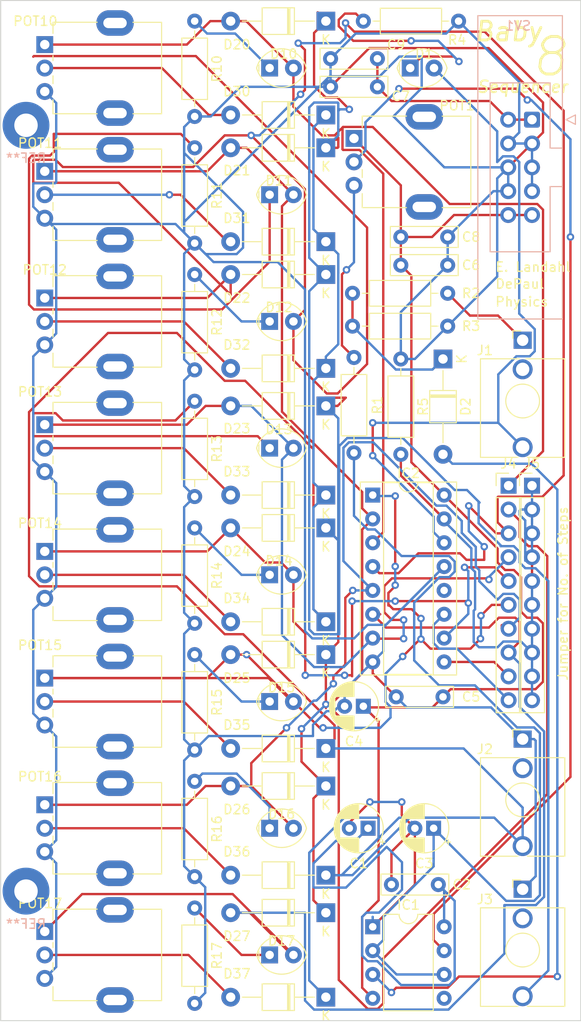
<source format=kicad_pcb>
(kicad_pcb (version 20171130) (host pcbnew "(5.1.9-0-10_14)")
  (layers (0 F.Cu signal) (31 B.Cu signal) (34 B.Paste user) (35 F.Paste user) (36 B.SilkS user) (37 F.SilkS user) (38 B.Mask user) (39 F.Mask user) (44 Edge.Cuts user))
  (net 0 "")
  (net 1 "Net-(C1-Pad2)")
  (net 2 "Net-(C1-Pad1)")
  (net 3 "Net-(C3-Pad1)")
  (net 4 GND)
  (net 5 +15V)
  (net 6 -15V)
  (net 7 "Net-(D1-Pad2)")
  (net 8 "Net-(D1-Pad1)")
  (net 9 "Net-(D2-Pad2)")
  (net 10 "Net-(D2-Pad1)")
  (net 11 "Net-(D10-Pad2)")
  (net 12 "Net-(D10-Pad1)")
  (net 13 "Net-(D11-Pad2)")
  (net 14 "Net-(D11-Pad1)")
  (net 15 "Net-(D12-Pad2)")
  (net 16 "Net-(D12-Pad1)")
  (net 17 "Net-(D13-Pad2)")
  (net 18 "Net-(D13-Pad1)")
  (net 19 "Net-(D14-Pad2)")
  (net 20 "Net-(D14-Pad1)")
  (net 21 "Net-(D15-Pad2)")
  (net 22 "Net-(D15-Pad1)")
  (net 23 "Net-(D16-Pad2)")
  (net 24 "Net-(D16-Pad1)")
  (net 25 "Net-(D17-Pad2)")
  (net 26 "Net-(D17-Pad1)")
  (net 27 "Net-(D20-Pad1)")
  (net 28 "Net-(D30-Pad2)")
  (net 29 "Net-(D30-Pad1)")
  (net 30 "Net-(D31-Pad2)")
  (net 31 "Net-(D32-Pad2)")
  (net 32 "Net-(D33-Pad2)")
  (net 33 "Net-(D34-Pad2)")
  (net 34 "Net-(D35-Pad2)")
  (net 35 "Net-(D36-Pad2)")
  (net 36 "Net-(D37-Pad2)")
  (net 37 "Net-(IC1-Pad7)")
  (net 38 "Net-(IC1-Pad5)")
  (net 39 "Net-(IC2-Pad15)")
  (net 40 "Net-(IC2-Pad12)")
  (net 41 "Net-(IC2-Pad11)")
  (net 42 "Net-(IC2-Pad9)")
  (net 43 "Net-(J1-PadS)")
  (net 44 "Net-(POT1-Pad3)")
  (module MountingHole:MountingHole_2.5mm_Pad_TopOnly (layer B.Cu) (at 30 123.2)
    (fp_text reference REF** (at 0 3.5) (layer B.SilkS) (effects (justify mirror)))
    (fp_text value MountingHole_2.5mm_Pad_TopOnly)
    (pad 1 connect circle (at 0 0) (size 5 5) (layers B.Cu B.Mask))
    (pad 1 thru_hole circle (at 0 0) (size 2.9 2.9) (drill 2.5) (layers *.Cu *.Mask))
  )
  (module MountingHole:MountingHole_2.5mm_Pad_TopOnly (layer B.Cu) (at 30 41.6)
    (fp_text reference REF** (at 0 3.5) (layer B.SilkS) (effects (justify mirror)))
    (fp_text value MountingHole_2.5mm_Pad_TopOnly)
    (pad 1 connect circle (at 0 0) (size 5 5) (layers B.Cu B.Mask))
    (pad 1 thru_hole circle (at 0 0) (size 2.9 2.9) (drill 2.5) (layers *.Cu *.Mask))
  )
  (module Connector_IDC:IDC-Header_2x05_P2.54mm_Latch_Vertical (layer B.Cu) (at 84 41 180)
    (fp_text reference SV1 (at 1.5 10) (layer B.SilkS) (effects (justify mirror)))
    (fp_text value ML10)
    (pad 10 thru_hole circle (at 2.54 -10.16 180) (size 1.7 1.7) (drill 1) (layers *.Cu *.Mask) (net 5 +15V))
    (pad 8 thru_hole circle (at 2.54 -7.62 180) (size 1.7 1.7) (drill 1) (layers *.Cu *.Mask) (net 4 GND))
    (pad 6 thru_hole circle (at 2.54 -5.08 180) (size 1.7 1.7) (drill 1) (layers *.Cu *.Mask) (net 4 GND))
    (pad 4 thru_hole circle (at 2.54 -2.54 180) (size 1.7 1.7) (drill 1) (layers *.Cu *.Mask) (net 4 GND))
    (pad 2 thru_hole circle (at 2.54 0 180) (size 1.7 1.7) (drill 1) (layers *.Cu *.Mask) (net 6 -15V))
    (pad 9 thru_hole circle (at 0 -10.16 180) (size 1.7 1.7) (drill 1) (layers *.Cu *.Mask) (net 5 +15V))
    (pad 7 thru_hole circle (at 0 -7.62 180) (size 1.7 1.7) (drill 1) (layers *.Cu *.Mask) (net 4 GND))
    (pad 5 thru_hole circle (at 0 -5.08 180) (size 1.7 1.7) (drill 1) (layers *.Cu *.Mask) (net 4 GND))
    (pad 3 thru_hole circle (at 0 -2.54 180) (size 1.7 1.7) (drill 1) (layers *.Cu *.Mask) (net 4 GND))
    (pad 1 thru_hole roundrect (at 0 0 180) (size 1.7 1.7) (drill 1) (layers *.Cu *.Mask) (roundrect_rratio 0.147059) (net 6 -15V))
  )
  (module Resistor_THT:R_Axial_DIN0207_L6.3mm_D2.5mm_P10.16mm_Horizontal (layer F.Cu) (at 48 125 270)
    (fp_text reference R17 (at 5.08 -2.37 90) (layer F.SilkS))
    (fp_text value 2.2k)
    (pad 2 thru_hole oval (at 10.16 0 270) (size 1.6 1.6) (drill 0.8) (layers *.Cu *.Mask) (net 4 GND))
    (pad 1 thru_hole circle (at 0 0 270) (size 1.6 1.6) (drill 0.8) (layers *.Cu *.Mask) (net 26 "Net-(D17-Pad1)"))
  )
  (module Resistor_THT:R_Axial_DIN0207_L6.3mm_D2.5mm_P10.16mm_Horizontal (layer F.Cu) (at 48 111.5 270)
    (fp_text reference R16 (at 5.08 -2.37 90) (layer F.SilkS))
    (fp_text value 2.2k)
    (pad 2 thru_hole oval (at 10.16 0 270) (size 1.6 1.6) (drill 0.8) (layers *.Cu *.Mask) (net 4 GND))
    (pad 1 thru_hole circle (at 0 0 270) (size 1.6 1.6) (drill 0.8) (layers *.Cu *.Mask) (net 24 "Net-(D16-Pad1)"))
  )
  (module Resistor_THT:R_Axial_DIN0207_L6.3mm_D2.5mm_P10.16mm_Horizontal (layer F.Cu) (at 48 98 270)
    (fp_text reference R15 (at 5.08 -2.37 90) (layer F.SilkS))
    (fp_text value 2.2k)
    (pad 2 thru_hole oval (at 10.16 0 270) (size 1.6 1.6) (drill 0.8) (layers *.Cu *.Mask) (net 4 GND))
    (pad 1 thru_hole circle (at 0 0 270) (size 1.6 1.6) (drill 0.8) (layers *.Cu *.Mask) (net 22 "Net-(D15-Pad1)"))
  )
  (module Resistor_THT:R_Axial_DIN0207_L6.3mm_D2.5mm_P10.16mm_Horizontal (layer F.Cu) (at 48 84.5 270)
    (fp_text reference R14 (at 5.08 -2.37 90) (layer F.SilkS))
    (fp_text value 2.2k)
    (pad 2 thru_hole oval (at 10.16 0 270) (size 1.6 1.6) (drill 0.8) (layers *.Cu *.Mask) (net 4 GND))
    (pad 1 thru_hole circle (at 0 0 270) (size 1.6 1.6) (drill 0.8) (layers *.Cu *.Mask) (net 20 "Net-(D14-Pad1)"))
  )
  (module Resistor_THT:R_Axial_DIN0207_L6.3mm_D2.5mm_P10.16mm_Horizontal (layer F.Cu) (at 48 71 270)
    (fp_text reference R13 (at 5.08 -2.37 90) (layer F.SilkS))
    (fp_text value 2.2k)
    (pad 2 thru_hole oval (at 10.16 0 270) (size 1.6 1.6) (drill 0.8) (layers *.Cu *.Mask) (net 4 GND))
    (pad 1 thru_hole circle (at 0 0 270) (size 1.6 1.6) (drill 0.8) (layers *.Cu *.Mask) (net 18 "Net-(D13-Pad1)"))
  )
  (module Resistor_THT:R_Axial_DIN0207_L6.3mm_D2.5mm_P10.16mm_Horizontal (layer F.Cu) (at 48 57.5 270)
    (fp_text reference R12 (at 5.08 -2.37 90) (layer F.SilkS))
    (fp_text value 2.2k)
    (pad 2 thru_hole oval (at 10.16 0 270) (size 1.6 1.6) (drill 0.8) (layers *.Cu *.Mask) (net 4 GND))
    (pad 1 thru_hole circle (at 0 0 270) (size 1.6 1.6) (drill 0.8) (layers *.Cu *.Mask) (net 16 "Net-(D12-Pad1)"))
  )
  (module Resistor_THT:R_Axial_DIN0207_L6.3mm_D2.5mm_P10.16mm_Horizontal (layer F.Cu) (at 48 44 270)
    (fp_text reference R11 (at 5.08 -2.37 90) (layer F.SilkS))
    (fp_text value 2.2k)
    (pad 2 thru_hole oval (at 10.16 0 270) (size 1.6 1.6) (drill 0.8) (layers *.Cu *.Mask) (net 4 GND))
    (pad 1 thru_hole circle (at 0 0 270) (size 1.6 1.6) (drill 0.8) (layers *.Cu *.Mask) (net 14 "Net-(D11-Pad1)"))
  )
  (module Resistor_THT:R_Axial_DIN0207_L6.3mm_D2.5mm_P10.16mm_Horizontal (layer F.Cu) (at 48 30.5 270)
    (fp_text reference R10 (at 5.08 -2.37 90) (layer F.SilkS))
    (fp_text value 2.2k)
    (pad 2 thru_hole oval (at 10.16 0 270) (size 1.6 1.6) (drill 0.8) (layers *.Cu *.Mask) (net 4 GND))
    (pad 1 thru_hole circle (at 0 0 270) (size 1.6 1.6) (drill 0.8) (layers *.Cu *.Mask) (net 12 "Net-(D10-Pad1)"))
  )
  (module Resistor_THT:R_Axial_DIN0207_L6.3mm_D2.5mm_P10.16mm_Horizontal (layer F.Cu) (at 70 66.5 270)
    (fp_text reference R5 (at 5.08 -2.37 90) (layer F.SilkS))
    (fp_text value 51k)
    (pad 2 thru_hole oval (at 10.16 0 270) (size 1.6 1.6) (drill 0.8) (layers *.Cu *.Mask) (net 39 "Net-(IC2-Pad15)"))
    (pad 1 thru_hole circle (at 0 0 270) (size 1.6 1.6) (drill 0.8) (layers *.Cu *.Mask) (net 4 GND))
  )
  (module Resistor_THT:R_Axial_DIN0207_L6.3mm_D2.5mm_P10.16mm_Horizontal (layer F.Cu) (at 66 30.5)
    (fp_text reference R4 (at 10 2) (layer F.SilkS))
    (fp_text value 2.2k)
    (pad 2 thru_hole oval (at 10.16 0) (size 1.6 1.6) (drill 0.8) (layers *.Cu *.Mask) (net 4 GND))
    (pad 1 thru_hole circle (at 0 0) (size 1.6 1.6) (drill 0.8) (layers *.Cu *.Mask) (net 8 "Net-(D1-Pad1)"))
  )
  (module Resistor_THT:R_Axial_DIN0207_L6.3mm_D2.5mm_P10.16mm_Horizontal (layer F.Cu) (at 75 63 180)
    (fp_text reference R3 (at -2.5 0) (layer F.SilkS))
    (fp_text value 100k)
    (pad 2 thru_hole oval (at 10.16 0 180) (size 1.6 1.6) (drill 0.8) (layers *.Cu *.Mask) (net 10 "Net-(D2-Pad1)"))
    (pad 1 thru_hole circle (at 0 0 180) (size 1.6 1.6) (drill 0.8) (layers *.Cu *.Mask) (net 4 GND))
  )
  (module Resistor_THT:R_Axial_DIN0207_L6.3mm_D2.5mm_P10.16mm_Horizontal (layer F.Cu) (at 75 59.5 180)
    (fp_text reference R2 (at -2.5 0) (layer F.SilkS))
    (fp_text value 10k)
    (pad 2 thru_hole oval (at 10.16 0 180) (size 1.6 1.6) (drill 0.8) (layers *.Cu *.Mask) (net 10 "Net-(D2-Pad1)"))
    (pad 1 thru_hole circle (at 0 0 180) (size 1.6 1.6) (drill 0.8) (layers *.Cu *.Mask) (net 43 "Net-(J1-PadS)"))
  )
  (module Resistor_THT:R_Axial_DIN0207_L6.3mm_D2.5mm_P10.16mm_Horizontal (layer F.Cu) (at 65 76.5 90)
    (fp_text reference R1 (at 5.08 2.5 90) (layer F.SilkS))
    (fp_text value 1k)
    (pad 2 thru_hole oval (at 10.16 0 90) (size 1.6 1.6) (drill 0.8) (layers *.Cu *.Mask) (net 44 "Net-(POT1-Pad3)"))
    (pad 1 thru_hole circle (at 0 0 90) (size 1.6 1.6) (drill 0.8) (layers *.Cu *.Mask) (net 3 "Net-(C3-Pad1)"))
  )
  (module Potentiometer_THT:Potentiometer_Alpha_RD901F-40-00D_Single_Vertical (layer F.Cu) (at 32 127.5)
    (fp_text reference POT17 (at -0.5 -3 180) (layer F.SilkS))
    (fp_text value 100k)
    (pad "" thru_hole oval (at 7.5 -2.3 90) (size 2.72 4) (drill oval 1.1 2.5) (layers *.Cu *.Mask))
    (pad "" thru_hole oval (at 7.5 7.3 90) (size 2.72 4) (drill oval 1.1 2.5) (layers *.Cu *.Mask))
    (pad 3 thru_hole circle (at 0 5 90) (size 1.8 1.8) (drill 1) (layers *.Cu *.Mask) (net 4 GND))
    (pad 2 thru_hole circle (at 0 2.5 90) (size 1.8 1.8) (drill 1) (layers *.Cu *.Mask) (net 36 "Net-(D37-Pad2)"))
    (pad 1 thru_hole rect (at 0 0 90) (size 1.8 1.8) (drill 1) (layers *.Cu *.Mask) (net 25 "Net-(D17-Pad2)"))
  )
  (module Potentiometer_THT:Potentiometer_Alpha_RD901F-40-00D_Single_Vertical (layer F.Cu) (at 32 114)
    (fp_text reference POT16 (at -0.5 -3 180) (layer F.SilkS))
    (fp_text value 100k)
    (pad "" thru_hole oval (at 7.5 -2.3 90) (size 2.72 4) (drill oval 1.1 2.5) (layers *.Cu *.Mask))
    (pad "" thru_hole oval (at 7.5 7.3 90) (size 2.72 4) (drill oval 1.1 2.5) (layers *.Cu *.Mask))
    (pad 3 thru_hole circle (at 0 5 90) (size 1.8 1.8) (drill 1) (layers *.Cu *.Mask) (net 4 GND))
    (pad 2 thru_hole circle (at 0 2.5 90) (size 1.8 1.8) (drill 1) (layers *.Cu *.Mask) (net 35 "Net-(D36-Pad2)"))
    (pad 1 thru_hole rect (at 0 0 90) (size 1.8 1.8) (drill 1) (layers *.Cu *.Mask) (net 23 "Net-(D16-Pad2)"))
  )
  (module Potentiometer_THT:Potentiometer_Alpha_RD901F-40-00D_Single_Vertical (layer F.Cu) (at 32 100.5)
    (fp_text reference POT15 (at -0.5 -3.5 180) (layer F.SilkS))
    (fp_text value 100k)
    (pad "" thru_hole oval (at 7.5 -2.3 90) (size 2.72 4) (drill oval 1.1 2.5) (layers *.Cu *.Mask))
    (pad "" thru_hole oval (at 7.5 7.3 90) (size 2.72 4) (drill oval 1.1 2.5) (layers *.Cu *.Mask))
    (pad 3 thru_hole circle (at 0 5 90) (size 1.8 1.8) (drill 1) (layers *.Cu *.Mask) (net 4 GND))
    (pad 2 thru_hole circle (at 0 2.5 90) (size 1.8 1.8) (drill 1) (layers *.Cu *.Mask) (net 34 "Net-(D35-Pad2)"))
    (pad 1 thru_hole rect (at 0 0 90) (size 1.8 1.8) (drill 1) (layers *.Cu *.Mask) (net 21 "Net-(D15-Pad2)"))
  )
  (module Potentiometer_THT:Potentiometer_Alpha_RD901F-40-00D_Single_Vertical (layer F.Cu) (at 32 87)
    (fp_text reference POT14 (at -0.5 -3 180) (layer F.SilkS))
    (fp_text value 100k)
    (pad "" thru_hole oval (at 7.5 -2.3 90) (size 2.72 4) (drill oval 1.1 2.5) (layers *.Cu *.Mask))
    (pad "" thru_hole oval (at 7.5 7.3 90) (size 2.72 4) (drill oval 1.1 2.5) (layers *.Cu *.Mask))
    (pad 3 thru_hole circle (at 0 5 90) (size 1.8 1.8) (drill 1) (layers *.Cu *.Mask) (net 4 GND))
    (pad 2 thru_hole circle (at 0 2.5 90) (size 1.8 1.8) (drill 1) (layers *.Cu *.Mask) (net 33 "Net-(D34-Pad2)"))
    (pad 1 thru_hole rect (at 0 0 90) (size 1.8 1.8) (drill 1) (layers *.Cu *.Mask) (net 19 "Net-(D14-Pad2)"))
  )
  (module Potentiometer_THT:Potentiometer_Alpha_RD901F-40-00D_Single_Vertical (layer F.Cu) (at 32 73.5)
    (fp_text reference POT13 (at -0.5 -3.5 180) (layer F.SilkS))
    (fp_text value 100k)
    (pad "" thru_hole oval (at 7.5 -2.3 90) (size 2.72 4) (drill oval 1.1 2.5) (layers *.Cu *.Mask))
    (pad "" thru_hole oval (at 7.5 7.3 90) (size 2.72 4) (drill oval 1.1 2.5) (layers *.Cu *.Mask))
    (pad 3 thru_hole circle (at 0 5 90) (size 1.8 1.8) (drill 1) (layers *.Cu *.Mask) (net 4 GND))
    (pad 2 thru_hole circle (at 0 2.5 90) (size 1.8 1.8) (drill 1) (layers *.Cu *.Mask) (net 32 "Net-(D33-Pad2)"))
    (pad 1 thru_hole rect (at 0 0 90) (size 1.8 1.8) (drill 1) (layers *.Cu *.Mask) (net 17 "Net-(D13-Pad2)"))
  )
  (module Potentiometer_THT:Potentiometer_Alpha_RD901F-40-00D_Single_Vertical (layer F.Cu) (at 32 60)
    (fp_text reference POT12 (at 0 -3 180) (layer F.SilkS))
    (fp_text value 100k)
    (pad "" thru_hole oval (at 7.5 -2.3 90) (size 2.72 4) (drill oval 1.1 2.5) (layers *.Cu *.Mask))
    (pad "" thru_hole oval (at 7.5 7.3 90) (size 2.72 4) (drill oval 1.1 2.5) (layers *.Cu *.Mask))
    (pad 3 thru_hole circle (at 0 5 90) (size 1.8 1.8) (drill 1) (layers *.Cu *.Mask) (net 4 GND))
    (pad 2 thru_hole circle (at 0 2.5 90) (size 1.8 1.8) (drill 1) (layers *.Cu *.Mask) (net 31 "Net-(D32-Pad2)"))
    (pad 1 thru_hole rect (at 0 0 90) (size 1.8 1.8) (drill 1) (layers *.Cu *.Mask) (net 15 "Net-(D12-Pad2)"))
  )
  (module Potentiometer_THT:Potentiometer_Alpha_RD901F-40-00D_Single_Vertical (layer F.Cu) (at 32 46.5)
    (fp_text reference POT11 (at -0.5 -3 180) (layer F.SilkS))
    (fp_text value 100k)
    (pad "" thru_hole oval (at 7.5 -2.3 90) (size 2.72 4) (drill oval 1.1 2.5) (layers *.Cu *.Mask))
    (pad "" thru_hole oval (at 7.5 7.3 90) (size 2.72 4) (drill oval 1.1 2.5) (layers *.Cu *.Mask))
    (pad 3 thru_hole circle (at 0 5 90) (size 1.8 1.8) (drill 1) (layers *.Cu *.Mask) (net 4 GND))
    (pad 2 thru_hole circle (at 0 2.5 90) (size 1.8 1.8) (drill 1) (layers *.Cu *.Mask) (net 30 "Net-(D31-Pad2)"))
    (pad 1 thru_hole rect (at 0 0 90) (size 1.8 1.8) (drill 1) (layers *.Cu *.Mask) (net 13 "Net-(D11-Pad2)"))
  )
  (module Potentiometer_THT:Potentiometer_Alpha_RD901F-40-00D_Single_Vertical (layer F.Cu) (at 32 33)
    (fp_text reference POT10 (at -1 -2.5 180) (layer F.SilkS))
    (fp_text value 100k)
    (pad "" thru_hole oval (at 7.5 -2.3 90) (size 2.72 4) (drill oval 1.1 2.5) (layers *.Cu *.Mask))
    (pad "" thru_hole oval (at 7.5 7.3 90) (size 2.72 4) (drill oval 1.1 2.5) (layers *.Cu *.Mask))
    (pad 3 thru_hole circle (at 0 5 90) (size 1.8 1.8) (drill 1) (layers *.Cu *.Mask) (net 4 GND))
    (pad 2 thru_hole circle (at 0 2.5 90) (size 1.8 1.8) (drill 1) (layers *.Cu *.Mask) (net 28 "Net-(D30-Pad2)"))
    (pad 1 thru_hole rect (at 0 0 90) (size 1.8 1.8) (drill 1) (layers *.Cu *.Mask) (net 11 "Net-(D10-Pad2)"))
  )
  (module Potentiometer_THT:Potentiometer_Alpha_RD901F-40-00D_Single_Vertical (layer F.Cu) (at 65 43)
    (fp_text reference POT1 (at 11 -3.5 180) (layer F.SilkS))
    (fp_text value 100k)
    (pad "" thru_hole oval (at 7.5 -2.3 90) (size 2.72 4) (drill oval 1.1 2.5) (layers *.Cu *.Mask))
    (pad "" thru_hole oval (at 7.5 7.3 90) (size 2.72 4) (drill oval 1.1 2.5) (layers *.Cu *.Mask))
    (pad 3 thru_hole circle (at 0 5 90) (size 1.8 1.8) (drill 1) (layers *.Cu *.Mask) (net 44 "Net-(POT1-Pad3)"))
    (pad 2 thru_hole circle (at 0 2.5 90) (size 1.8 1.8) (drill 1) (layers *.Cu *.Mask) (net 37 "Net-(IC1-Pad7)"))
    (pad 1 thru_hole rect (at 0 0 90) (size 1.8 1.8) (drill 1) (layers *.Cu *.Mask) (net 5 +15V))
  )
  (module Connector_PinHeader_2.54mm:PinHeader_1x10_P2.54mm_Vertical (layer F.Cu) (at 84 80)
    (fp_text reference J5 (at 0 -2.33) (layer F.SilkS))
    (fp_text value Conn_01x10)
    (pad 10 thru_hole oval (at 0 22.86) (size 1.7 1.7) (drill 1) (layers *.Cu *.Mask) (net 39 "Net-(IC2-Pad15)"))
    (pad 9 thru_hole oval (at 0 20.32) (size 1.7 1.7) (drill 1) (layers *.Cu *.Mask) (net 39 "Net-(IC2-Pad15)"))
    (pad 8 thru_hole oval (at 0 17.78) (size 1.7 1.7) (drill 1) (layers *.Cu *.Mask) (net 39 "Net-(IC2-Pad15)"))
    (pad 7 thru_hole oval (at 0 15.24) (size 1.7 1.7) (drill 1) (layers *.Cu *.Mask) (net 39 "Net-(IC2-Pad15)"))
    (pad 6 thru_hole oval (at 0 12.7) (size 1.7 1.7) (drill 1) (layers *.Cu *.Mask) (net 39 "Net-(IC2-Pad15)"))
    (pad 5 thru_hole oval (at 0 10.16) (size 1.7 1.7) (drill 1) (layers *.Cu *.Mask) (net 39 "Net-(IC2-Pad15)"))
    (pad 4 thru_hole oval (at 0 7.62) (size 1.7 1.7) (drill 1) (layers *.Cu *.Mask) (net 39 "Net-(IC2-Pad15)"))
    (pad 3 thru_hole oval (at 0 5.08) (size 1.7 1.7) (drill 1) (layers *.Cu *.Mask) (net 39 "Net-(IC2-Pad15)"))
    (pad 2 thru_hole oval (at 0 2.54) (size 1.7 1.7) (drill 1) (layers *.Cu *.Mask) (net 39 "Net-(IC2-Pad15)"))
    (pad 1 thru_hole rect (at 0 0) (size 1.7 1.7) (drill 1) (layers *.Cu *.Mask) (net 39 "Net-(IC2-Pad15)"))
  )
  (module Connector_PinHeader_2.54mm:PinHeader_1x10_P2.54mm_Vertical (layer F.Cu) (at 81.5 80)
    (fp_text reference J4 (at 0 -2.33) (layer F.SilkS))
    (fp_text value Conn_01x10)
    (pad 10 thru_hole oval (at 0 22.86) (size 1.7 1.7) (drill 1) (layers *.Cu *.Mask) (net 41 "Net-(IC2-Pad11)"))
    (pad 9 thru_hole oval (at 0 20.32) (size 1.7 1.7) (drill 1) (layers *.Cu *.Mask) (net 42 "Net-(IC2-Pad9)"))
    (pad 8 thru_hole oval (at 0 17.78) (size 1.7 1.7) (drill 1) (layers *.Cu *.Mask) (net 25 "Net-(D17-Pad2)"))
    (pad 7 thru_hole oval (at 0 15.24) (size 1.7 1.7) (drill 1) (layers *.Cu *.Mask) (net 23 "Net-(D16-Pad2)"))
    (pad 6 thru_hole oval (at 0 12.7) (size 1.7 1.7) (drill 1) (layers *.Cu *.Mask) (net 21 "Net-(D15-Pad2)"))
    (pad 5 thru_hole oval (at 0 10.16) (size 1.7 1.7) (drill 1) (layers *.Cu *.Mask) (net 19 "Net-(D14-Pad2)"))
    (pad 4 thru_hole oval (at 0 7.62) (size 1.7 1.7) (drill 1) (layers *.Cu *.Mask) (net 17 "Net-(D13-Pad2)"))
    (pad 3 thru_hole oval (at 0 5.08) (size 1.7 1.7) (drill 1) (layers *.Cu *.Mask) (net 15 "Net-(D12-Pad2)"))
    (pad 2 thru_hole oval (at 0 2.54) (size 1.7 1.7) (drill 1) (layers *.Cu *.Mask) (net 13 "Net-(D11-Pad2)"))
    (pad 1 thru_hole rect (at 0 0) (size 1.7 1.7) (drill 1) (layers *.Cu *.Mask) (net 11 "Net-(D10-Pad2)"))
  )
  (module Connector_Audio:Jack_3.5mm_QingPu_WQP-PJ398SM_Vertical_CircularHoles (layer F.Cu) (at 83 123)
    (fp_text reference J3 (at -4.03 1.08 180) (layer F.SilkS))
    (fp_text value AudioJack2_Ground)
    (pad T thru_hole circle (at 0 11.4 180) (size 2.13 2.13) (drill 1.43) (layers *.Cu *.Mask) (net 27 "Net-(D20-Pad1)"))
    (pad S thru_hole rect (at 0 0 180) (size 1.93 1.83) (drill 1.22) (layers *.Cu *.Mask) (net 4 GND))
    (pad TN thru_hole circle (at 0 3.1 180) (size 2.13 2.13) (drill 1.42) (layers *.Cu *.Mask))
  )
  (module Connector_Audio:Jack_3.5mm_QingPu_WQP-PJ398SM_Vertical_CircularHoles (layer F.Cu) (at 83 107)
    (fp_text reference J2 (at -4.03 1.08 180) (layer F.SilkS))
    (fp_text value AudioJack2_Ground)
    (pad T thru_hole circle (at 0 11.4 180) (size 2.13 2.13) (drill 1.43) (layers *.Cu *.Mask) (net 29 "Net-(D30-Pad1)"))
    (pad S thru_hole rect (at 0 0 180) (size 1.93 1.83) (drill 1.22) (layers *.Cu *.Mask) (net 4 GND))
    (pad TN thru_hole circle (at 0 3.1 180) (size 2.13 2.13) (drill 1.42) (layers *.Cu *.Mask))
  )
  (module Connector_Audio:Jack_3.5mm_QingPu_WQP-PJ398SM_Vertical_CircularHoles (layer F.Cu) (at 83 64.5)
    (fp_text reference J1 (at -4.03 1.08 180) (layer F.SilkS))
    (fp_text value AudioJack2_Ground)
    (pad T thru_hole circle (at 0 11.4 180) (size 2.13 2.13) (drill 1.43) (layers *.Cu *.Mask) (net 7 "Net-(D1-Pad2)"))
    (pad S thru_hole rect (at 0 0 180) (size 1.93 1.83) (drill 1.22) (layers *.Cu *.Mask) (net 43 "Net-(J1-PadS)"))
    (pad TN thru_hole circle (at 0 3.1 180) (size 2.13 2.13) (drill 1.42) (layers *.Cu *.Mask))
  )
  (module Package_DIP:DIP-16_W7.62mm_Socket (layer F.Cu) (at 67 81)
    (fp_text reference IC2 (at 3.81 -2.33) (layer F.SilkS))
    (fp_text value 4017)
    (pad 16 thru_hole oval (at 7.62 0) (size 1.6 1.6) (drill 0.8) (layers *.Cu *.Mask) (net 5 +15V))
    (pad 8 thru_hole oval (at 0 17.78) (size 1.6 1.6) (drill 0.8) (layers *.Cu *.Mask) (net 4 GND))
    (pad 15 thru_hole oval (at 7.62 2.54) (size 1.6 1.6) (drill 0.8) (layers *.Cu *.Mask) (net 39 "Net-(IC2-Pad15)"))
    (pad 7 thru_hole oval (at 0 15.24) (size 1.6 1.6) (drill 0.8) (layers *.Cu *.Mask) (net 17 "Net-(D13-Pad2)"))
    (pad 14 thru_hole oval (at 7.62 5.08) (size 1.6 1.6) (drill 0.8) (layers *.Cu *.Mask) (net 7 "Net-(D1-Pad2)"))
    (pad 6 thru_hole oval (at 0 12.7) (size 1.6 1.6) (drill 0.8) (layers *.Cu *.Mask) (net 25 "Net-(D17-Pad2)"))
    (pad 13 thru_hole oval (at 7.62 7.62) (size 1.6 1.6) (drill 0.8) (layers *.Cu *.Mask) (net 4 GND))
    (pad 5 thru_hole oval (at 0 10.16) (size 1.6 1.6) (drill 0.8) (layers *.Cu *.Mask) (net 23 "Net-(D16-Pad2)"))
    (pad 12 thru_hole oval (at 7.62 10.16) (size 1.6 1.6) (drill 0.8) (layers *.Cu *.Mask) (net 40 "Net-(IC2-Pad12)"))
    (pad 4 thru_hole oval (at 0 7.62) (size 1.6 1.6) (drill 0.8) (layers *.Cu *.Mask) (net 15 "Net-(D12-Pad2)"))
    (pad 11 thru_hole oval (at 7.62 12.7) (size 1.6 1.6) (drill 0.8) (layers *.Cu *.Mask) (net 41 "Net-(IC2-Pad11)"))
    (pad 3 thru_hole oval (at 0 5.08) (size 1.6 1.6) (drill 0.8) (layers *.Cu *.Mask) (net 11 "Net-(D10-Pad2)"))
    (pad 10 thru_hole oval (at 7.62 15.24) (size 1.6 1.6) (drill 0.8) (layers *.Cu *.Mask) (net 19 "Net-(D14-Pad2)"))
    (pad 2 thru_hole oval (at 0 2.54) (size 1.6 1.6) (drill 0.8) (layers *.Cu *.Mask) (net 13 "Net-(D11-Pad2)"))
    (pad 9 thru_hole oval (at 7.62 17.78) (size 1.6 1.6) (drill 0.8) (layers *.Cu *.Mask) (net 42 "Net-(IC2-Pad9)"))
    (pad 1 thru_hole rect (at 0 0) (size 1.6 1.6) (drill 0.8) (layers *.Cu *.Mask) (net 21 "Net-(D15-Pad2)"))
  )
  (module Package_DIP:DIP-8_W7.62mm (layer F.Cu) (at 67 127)
    (fp_text reference IC1 (at 3.81 -2.33) (layer F.SilkS))
    (fp_text value 555N)
    (pad 8 thru_hole oval (at 7.62 0) (size 1.6 1.6) (drill 0.8) (layers *.Cu *.Mask) (net 2 "Net-(C1-Pad1)"))
    (pad 4 thru_hole oval (at 0 7.62) (size 1.6 1.6) (drill 0.8) (layers *.Cu *.Mask) (net 5 +15V))
    (pad 7 thru_hole oval (at 7.62 2.54) (size 1.6 1.6) (drill 0.8) (layers *.Cu *.Mask) (net 37 "Net-(IC1-Pad7)"))
    (pad 3 thru_hole oval (at 0 5.08) (size 1.6 1.6) (drill 0.8) (layers *.Cu *.Mask) (net 9 "Net-(D2-Pad2)"))
    (pad 6 thru_hole oval (at 7.62 5.08) (size 1.6 1.6) (drill 0.8) (layers *.Cu *.Mask) (net 3 "Net-(C3-Pad1)"))
    (pad 2 thru_hole oval (at 0 2.54) (size 1.6 1.6) (drill 0.8) (layers *.Cu *.Mask) (net 3 "Net-(C3-Pad1)"))
    (pad 5 thru_hole oval (at 7.62 7.62) (size 1.6 1.6) (drill 0.8) (layers *.Cu *.Mask) (net 38 "Net-(IC1-Pad5)"))
    (pad 1 thru_hole rect (at 0 0) (size 1.6 1.6) (drill 0.8) (layers *.Cu *.Mask) (net 1 "Net-(C1-Pad2)"))
  )
  (module Diode_THT:D_T-1_P10.16mm_Horizontal (layer F.Cu) (at 62 134.5 180)
    (fp_text reference D37 (at 9.5 2.5) (layer F.SilkS))
    (fp_text value D)
    (fp_text user K (at 0 -2) (layer F.SilkS))
    (pad 2 thru_hole oval (at 10.16 0 180) (size 2 2) (drill 1) (layers *.Cu *.Mask) (net 36 "Net-(D37-Pad2)"))
    (pad 1 thru_hole rect (at 0 0 180) (size 2 2) (drill 1) (layers *.Cu *.Mask) (net 29 "Net-(D30-Pad1)"))
  )
  (module Diode_THT:D_T-1_P10.16mm_Horizontal (layer F.Cu) (at 62 121.5 180)
    (fp_text reference D36 (at 9.5 2.5) (layer F.SilkS))
    (fp_text value D)
    (fp_text user K (at 0 -2) (layer F.SilkS))
    (pad 2 thru_hole oval (at 10.16 0 180) (size 2 2) (drill 1) (layers *.Cu *.Mask) (net 35 "Net-(D36-Pad2)"))
    (pad 1 thru_hole rect (at 0 0 180) (size 2 2) (drill 1) (layers *.Cu *.Mask) (net 29 "Net-(D30-Pad1)"))
  )
  (module Diode_THT:D_T-1_P10.16mm_Horizontal (layer F.Cu) (at 62 108 180)
    (fp_text reference D35 (at 9.5 2.5) (layer F.SilkS))
    (fp_text value D)
    (fp_text user K (at 0 -2) (layer F.SilkS))
    (pad 2 thru_hole oval (at 10.16 0 180) (size 2 2) (drill 1) (layers *.Cu *.Mask) (net 34 "Net-(D35-Pad2)"))
    (pad 1 thru_hole rect (at 0 0 180) (size 2 2) (drill 1) (layers *.Cu *.Mask) (net 29 "Net-(D30-Pad1)"))
  )
  (module Diode_THT:D_T-1_P10.16mm_Horizontal (layer F.Cu) (at 62 94.5 180)
    (fp_text reference D34 (at 9.5 2.5) (layer F.SilkS))
    (fp_text value D)
    (fp_text user K (at 0 -2) (layer F.SilkS))
    (pad 2 thru_hole oval (at 10.16 0 180) (size 2 2) (drill 1) (layers *.Cu *.Mask) (net 33 "Net-(D34-Pad2)"))
    (pad 1 thru_hole rect (at 0 0 180) (size 2 2) (drill 1) (layers *.Cu *.Mask) (net 29 "Net-(D30-Pad1)"))
  )
  (module Diode_THT:D_T-1_P10.16mm_Horizontal (layer F.Cu) (at 62 81 180)
    (fp_text reference D33 (at 9.5 2.5) (layer F.SilkS))
    (fp_text value D)
    (fp_text user K (at 0 -2) (layer F.SilkS))
    (pad 2 thru_hole oval (at 10.16 0 180) (size 2 2) (drill 1) (layers *.Cu *.Mask) (net 32 "Net-(D33-Pad2)"))
    (pad 1 thru_hole rect (at 0 0 180) (size 2 2) (drill 1) (layers *.Cu *.Mask) (net 29 "Net-(D30-Pad1)"))
  )
  (module Diode_THT:D_T-1_P10.16mm_Horizontal (layer F.Cu) (at 62 67.5 180)
    (fp_text reference D32 (at 9.5 2.5) (layer F.SilkS))
    (fp_text value D)
    (fp_text user K (at 0 -2) (layer F.SilkS))
    (pad 2 thru_hole oval (at 10.16 0 180) (size 2 2) (drill 1) (layers *.Cu *.Mask) (net 31 "Net-(D32-Pad2)"))
    (pad 1 thru_hole rect (at 0 0 180) (size 2 2) (drill 1) (layers *.Cu *.Mask) (net 29 "Net-(D30-Pad1)"))
  )
  (module Diode_THT:D_T-1_P10.16mm_Horizontal (layer F.Cu) (at 62 54 180)
    (fp_text reference D31 (at 9.5 2.5) (layer F.SilkS))
    (fp_text value D)
    (fp_text user K (at 0 -2) (layer F.SilkS))
    (pad 2 thru_hole oval (at 10.16 0 180) (size 2 2) (drill 1) (layers *.Cu *.Mask) (net 30 "Net-(D31-Pad2)"))
    (pad 1 thru_hole rect (at 0 0 180) (size 2 2) (drill 1) (layers *.Cu *.Mask) (net 29 "Net-(D30-Pad1)"))
  )
  (module Diode_THT:D_T-1_P10.16mm_Horizontal (layer F.Cu) (at 62 40.5 180)
    (fp_text reference D30 (at 9.5 2.5) (layer F.SilkS))
    (fp_text value D)
    (fp_text user K (at 0 -2) (layer F.SilkS))
    (pad 2 thru_hole oval (at 10.16 0 180) (size 2 2) (drill 1) (layers *.Cu *.Mask) (net 28 "Net-(D30-Pad2)"))
    (pad 1 thru_hole rect (at 0 0 180) (size 2 2) (drill 1) (layers *.Cu *.Mask) (net 29 "Net-(D30-Pad1)"))
  )
  (module Diode_THT:D_T-1_P10.16mm_Horizontal (layer F.Cu) (at 62 125.5 180)
    (fp_text reference D27 (at 9.5 -2.5) (layer F.SilkS))
    (fp_text value D)
    (fp_text user K (at 0 -2) (layer F.SilkS))
    (pad 2 thru_hole oval (at 10.16 0 180) (size 2 2) (drill 1) (layers *.Cu *.Mask) (net 25 "Net-(D17-Pad2)"))
    (pad 1 thru_hole rect (at 0 0 180) (size 2 2) (drill 1) (layers *.Cu *.Mask) (net 27 "Net-(D20-Pad1)"))
  )
  (module Diode_THT:D_T-1_P10.16mm_Horizontal (layer F.Cu) (at 62 112 180)
    (fp_text reference D26 (at 9.5 -2.5) (layer F.SilkS))
    (fp_text value D)
    (fp_text user K (at 0 -2) (layer F.SilkS))
    (pad 2 thru_hole oval (at 10.16 0 180) (size 2 2) (drill 1) (layers *.Cu *.Mask) (net 23 "Net-(D16-Pad2)"))
    (pad 1 thru_hole rect (at 0 0 180) (size 2 2) (drill 1) (layers *.Cu *.Mask) (net 27 "Net-(D20-Pad1)"))
  )
  (module Diode_THT:D_T-1_P10.16mm_Horizontal (layer F.Cu) (at 62 98 180)
    (fp_text reference D25 (at 9.5 -2.5) (layer F.SilkS))
    (fp_text value D)
    (fp_text user K (at 0 -2) (layer F.SilkS))
    (pad 2 thru_hole oval (at 10.16 0 180) (size 2 2) (drill 1) (layers *.Cu *.Mask) (net 21 "Net-(D15-Pad2)"))
    (pad 1 thru_hole rect (at 0 0 180) (size 2 2) (drill 1) (layers *.Cu *.Mask) (net 27 "Net-(D20-Pad1)"))
  )
  (module Diode_THT:D_T-1_P10.16mm_Horizontal (layer F.Cu) (at 62 84.5 180)
    (fp_text reference D24 (at 9.5 -2.5) (layer F.SilkS))
    (fp_text value D)
    (fp_text user K (at 0 -2) (layer F.SilkS))
    (pad 2 thru_hole oval (at 10.16 0 180) (size 2 2) (drill 1) (layers *.Cu *.Mask) (net 19 "Net-(D14-Pad2)"))
    (pad 1 thru_hole rect (at 0 0 180) (size 2 2) (drill 1) (layers *.Cu *.Mask) (net 27 "Net-(D20-Pad1)"))
  )
  (module Diode_THT:D_T-1_P10.16mm_Horizontal (layer F.Cu) (at 62 71.5 180)
    (fp_text reference D23 (at 9.5 -2.42) (layer F.SilkS))
    (fp_text value D)
    (fp_text user K (at 0 -2) (layer F.SilkS))
    (pad 2 thru_hole oval (at 10.16 0 180) (size 2 2) (drill 1) (layers *.Cu *.Mask) (net 17 "Net-(D13-Pad2)"))
    (pad 1 thru_hole rect (at 0 0 180) (size 2 2) (drill 1) (layers *.Cu *.Mask) (net 27 "Net-(D20-Pad1)"))
  )
  (module Diode_THT:D_T-1_P10.16mm_Horizontal (layer F.Cu) (at 62 57.5 180)
    (fp_text reference D22 (at 9.5 -2.5) (layer F.SilkS))
    (fp_text value D)
    (fp_text user K (at 0 -2) (layer F.SilkS))
    (pad 2 thru_hole oval (at 10.16 0 180) (size 2 2) (drill 1) (layers *.Cu *.Mask) (net 15 "Net-(D12-Pad2)"))
    (pad 1 thru_hole rect (at 0 0 180) (size 2 2) (drill 1) (layers *.Cu *.Mask) (net 27 "Net-(D20-Pad1)"))
  )
  (module Diode_THT:D_T-1_P10.16mm_Horizontal (layer F.Cu) (at 62 44 180)
    (fp_text reference D21 (at 9.5 -2.42) (layer F.SilkS))
    (fp_text value D)
    (fp_text user K (at 0 -2) (layer F.SilkS))
    (pad 2 thru_hole oval (at 10.16 0 180) (size 2 2) (drill 1) (layers *.Cu *.Mask) (net 13 "Net-(D11-Pad2)"))
    (pad 1 thru_hole rect (at 0 0 180) (size 2 2) (drill 1) (layers *.Cu *.Mask) (net 27 "Net-(D20-Pad1)"))
  )
  (module Diode_THT:D_T-1_P10.16mm_Horizontal (layer F.Cu) (at 62 30.5 180)
    (fp_text reference D20 (at 9.5 -2.5) (layer F.SilkS))
    (fp_text value D)
    (fp_text user K (at 0 -2) (layer F.SilkS))
    (pad 2 thru_hole oval (at 10.16 0 180) (size 2 2) (drill 1) (layers *.Cu *.Mask) (net 11 "Net-(D10-Pad2)"))
    (pad 1 thru_hole rect (at 0 0 180) (size 2 2) (drill 1) (layers *.Cu *.Mask) (net 27 "Net-(D20-Pad1)"))
  )
  (module LED_THT:LED_Oval_W5.2mm_H3.8mm (layer F.Cu) (at 56 130)
    (fp_text reference D17 (at 1.27 -1.5) (layer F.SilkS))
    (fp_text value LED)
    (pad 2 thru_hole circle (at 2.54 0) (size 1.8 1.8) (drill 0.9) (layers *.Cu *.Mask) (net 25 "Net-(D17-Pad2)"))
    (pad 1 thru_hole rect (at 0 0) (size 1.8 1.8) (drill 0.9) (layers *.Cu *.Mask) (net 26 "Net-(D17-Pad1)"))
  )
  (module LED_THT:LED_Oval_W5.2mm_H3.8mm (layer F.Cu) (at 56 116.5)
    (fp_text reference D16 (at 1.27 -1.5) (layer F.SilkS))
    (fp_text value LED)
    (pad 2 thru_hole circle (at 2.54 0) (size 1.8 1.8) (drill 0.9) (layers *.Cu *.Mask) (net 23 "Net-(D16-Pad2)"))
    (pad 1 thru_hole rect (at 0 0) (size 1.8 1.8) (drill 0.9) (layers *.Cu *.Mask) (net 24 "Net-(D16-Pad1)"))
  )
  (module LED_THT:LED_Oval_W5.2mm_H3.8mm (layer F.Cu) (at 56 103)
    (fp_text reference D15 (at 1.27 -1.5) (layer F.SilkS))
    (fp_text value LED)
    (pad 2 thru_hole circle (at 2.54 0) (size 1.8 1.8) (drill 0.9) (layers *.Cu *.Mask) (net 21 "Net-(D15-Pad2)"))
    (pad 1 thru_hole rect (at 0 0) (size 1.8 1.8) (drill 0.9) (layers *.Cu *.Mask) (net 22 "Net-(D15-Pad1)"))
  )
  (module LED_THT:LED_Oval_W5.2mm_H3.8mm (layer F.Cu) (at 56 89.5)
    (fp_text reference D14 (at 1 -1.5) (layer F.SilkS))
    (fp_text value LED)
    (pad 2 thru_hole circle (at 2.54 0) (size 1.8 1.8) (drill 0.9) (layers *.Cu *.Mask) (net 19 "Net-(D14-Pad2)"))
    (pad 1 thru_hole rect (at 0 0) (size 1.8 1.8) (drill 0.9) (layers *.Cu *.Mask) (net 20 "Net-(D14-Pad1)"))
  )
  (module LED_THT:LED_Oval_W5.2mm_H3.8mm (layer F.Cu) (at 56 76)
    (fp_text reference D13 (at 1 -2) (layer F.SilkS))
    (fp_text value LED)
    (pad 2 thru_hole circle (at 2.54 0) (size 1.8 1.8) (drill 0.9) (layers *.Cu *.Mask) (net 17 "Net-(D13-Pad2)"))
    (pad 1 thru_hole rect (at 0 0) (size 1.8 1.8) (drill 0.9) (layers *.Cu *.Mask) (net 18 "Net-(D13-Pad1)"))
  )
  (module LED_THT:LED_Oval_W5.2mm_H3.8mm (layer F.Cu) (at 56 62.5)
    (fp_text reference D12 (at 1 -1.5) (layer F.SilkS))
    (fp_text value LED)
    (pad 2 thru_hole circle (at 2.54 0) (size 1.8 1.8) (drill 0.9) (layers *.Cu *.Mask) (net 15 "Net-(D12-Pad2)"))
    (pad 1 thru_hole rect (at 0 0) (size 1.8 1.8) (drill 0.9) (layers *.Cu *.Mask) (net 16 "Net-(D12-Pad1)"))
  )
  (module LED_THT:LED_Oval_W5.2mm_H3.8mm (layer F.Cu) (at 56 49)
    (fp_text reference D11 (at 1 -1.5) (layer F.SilkS))
    (fp_text value LED)
    (pad 2 thru_hole circle (at 2.54 0) (size 1.8 1.8) (drill 0.9) (layers *.Cu *.Mask) (net 13 "Net-(D11-Pad2)"))
    (pad 1 thru_hole rect (at 0 0) (size 1.8 1.8) (drill 0.9) (layers *.Cu *.Mask) (net 14 "Net-(D11-Pad1)"))
  )
  (module LED_THT:LED_Oval_W5.2mm_H3.8mm (layer F.Cu) (at 56 35.5)
    (fp_text reference D10 (at 1.5 -1.5) (layer F.SilkS))
    (fp_text value LED)
    (pad 2 thru_hole circle (at 2.54 0) (size 1.8 1.8) (drill 0.9) (layers *.Cu *.Mask) (net 11 "Net-(D10-Pad2)"))
    (pad 1 thru_hole rect (at 0 0) (size 1.8 1.8) (drill 0.9) (layers *.Cu *.Mask) (net 12 "Net-(D10-Pad1)"))
  )
  (module Diode_THT:D_T-1_P10.16mm_Horizontal (layer F.Cu) (at 74.5 66.5 270)
    (fp_text reference D2 (at 5.08 -2.42 90) (layer F.SilkS))
    (fp_text value D)
    (fp_text user K (at 0 -2 90) (layer F.SilkS))
    (pad 2 thru_hole oval (at 10.16 0 270) (size 2 2) (drill 1) (layers *.Cu *.Mask) (net 9 "Net-(D2-Pad2)"))
    (pad 1 thru_hole rect (at 0 0 270) (size 2 2) (drill 1) (layers *.Cu *.Mask) (net 10 "Net-(D2-Pad1)"))
  )
  (module LED_THT:LED_Oval_W5.2mm_H3.8mm (layer F.Cu) (at 71 35.5)
    (fp_text reference D1 (at 1.5 -1.5) (layer F.SilkS))
    (fp_text value LED)
    (pad 2 thru_hole circle (at 2.54 0) (size 1.8 1.8) (drill 0.9) (layers *.Cu *.Mask) (net 7 "Net-(D1-Pad2)"))
    (pad 1 thru_hole rect (at 0 0) (size 1.8 1.8) (drill 0.9) (layers *.Cu *.Mask) (net 8 "Net-(D1-Pad1)"))
  )
  (module Capacitor_THT:C_Rect_L7.0mm_W2.0mm_P5.00mm (layer F.Cu) (at 62.5 34.5)
    (fp_text reference C9 (at 7 -1.5) (layer F.SilkS))
    (fp_text value 10nF)
    (pad 2 thru_hole circle (at 5 0) (size 1.6 1.6) (drill 0.8) (layers *.Cu *.Mask) (net 6 -15V))
    (pad 1 thru_hole circle (at 0 0) (size 1.6 1.6) (drill 0.8) (layers *.Cu *.Mask) (net 4 GND))
  )
  (module Capacitor_THT:C_Rect_L7.0mm_W2.0mm_P5.00mm (layer F.Cu) (at 70 53.5)
    (fp_text reference C8 (at 7.5 0) (layer F.SilkS))
    (fp_text value 10nF)
    (pad 2 thru_hole circle (at 5 0) (size 1.6 1.6) (drill 0.8) (layers *.Cu *.Mask) (net 4 GND))
    (pad 1 thru_hole circle (at 0 0) (size 1.6 1.6) (drill 0.8) (layers *.Cu *.Mask) (net 5 +15V))
  )
  (module Capacitor_THT:C_Rect_L7.0mm_W2.0mm_P5.00mm (layer F.Cu) (at 62.5 37.5)
    (fp_text reference C7 (at 7.5 1) (layer F.SilkS))
    (fp_text value 10nF)
    (pad 2 thru_hole circle (at 5 0) (size 1.6 1.6) (drill 0.8) (layers *.Cu *.Mask) (net 6 -15V))
    (pad 1 thru_hole circle (at 0 0) (size 1.6 1.6) (drill 0.8) (layers *.Cu *.Mask) (net 4 GND))
  )
  (module Capacitor_THT:C_Rect_L7.0mm_W2.0mm_P5.00mm (layer F.Cu) (at 70 56.5)
    (fp_text reference C6 (at 7.5 0) (layer F.SilkS))
    (fp_text value 10nF)
    (pad 2 thru_hole circle (at 5 0) (size 1.6 1.6) (drill 0.8) (layers *.Cu *.Mask) (net 4 GND))
    (pad 1 thru_hole circle (at 0 0) (size 1.6 1.6) (drill 0.8) (layers *.Cu *.Mask) (net 5 +15V))
  )
  (module Capacitor_THT:C_Rect_L7.0mm_W2.0mm_P5.00mm (layer F.Cu) (at 74.5 102.5 180)
    (fp_text reference C5 (at -3 0) (layer F.SilkS))
    (fp_text value 10nF)
    (pad 2 thru_hole circle (at 5 0 180) (size 1.6 1.6) (drill 0.8) (layers *.Cu *.Mask) (net 4 GND))
    (pad 1 thru_hole circle (at 0 0 180) (size 1.6 1.6) (drill 0.8) (layers *.Cu *.Mask) (net 5 +15V))
  )
  (module Capacitor_THT:CP_Radial_D5.0mm_P2.00mm (layer F.Cu) (at 66 103.5 180)
    (fp_text reference C4 (at 1 -3.75) (layer F.SilkS))
    (fp_text value 10uF)
    (pad 2 thru_hole circle (at 2 0 180) (size 1.6 1.6) (drill 0.8) (layers *.Cu *.Mask) (net 4 GND))
    (pad 1 thru_hole rect (at 0 0 180) (size 1.6 1.6) (drill 0.8) (layers *.Cu *.Mask) (net 5 +15V))
  )
  (module Capacitor_THT:CP_Radial_D5.0mm_P2.00mm (layer F.Cu) (at 73.5 116.5 180)
    (fp_text reference C3 (at 1 -3.75) (layer F.SilkS))
    (fp_text value 22uF)
    (pad 2 thru_hole circle (at 2 0 180) (size 1.6 1.6) (drill 0.8) (layers *.Cu *.Mask) (net 1 "Net-(C1-Pad2)"))
    (pad 1 thru_hole rect (at 0 0 180) (size 1.6 1.6) (drill 0.8) (layers *.Cu *.Mask) (net 3 "Net-(C3-Pad1)"))
  )
  (module Capacitor_THT:C_Rect_L7.0mm_W2.0mm_P5.00mm (layer F.Cu) (at 74 122.5 180)
    (fp_text reference C2 (at -2.5 0) (layer F.SilkS))
    (fp_text value 10nF)
    (pad 2 thru_hole circle (at 5 0 180) (size 1.6 1.6) (drill 0.8) (layers *.Cu *.Mask) (net 1 "Net-(C1-Pad2)"))
    (pad 1 thru_hole circle (at 0 0 180) (size 1.6 1.6) (drill 0.8) (layers *.Cu *.Mask) (net 2 "Net-(C1-Pad1)"))
  )
  (module Capacitor_THT:CP_Radial_D5.0mm_P2.00mm (layer F.Cu) (at 66.5 116.5 180)
    (fp_text reference C1 (at 1 -3.75) (layer F.SilkS))
    (fp_text value 10uF)
    (pad 2 thru_hole circle (at 2 0 180) (size 1.6 1.6) (drill 0.8) (layers *.Cu *.Mask) (net 1 "Net-(C1-Pad2)"))
    (pad 1 thru_hole rect (at 0 0 180) (size 1.6 1.6) (drill 0.8) (layers *.Cu *.Mask) (net 2 "Net-(C1-Pad1)"))
  )
  (gr_line (start 89.2 28.3) (end 89.2 137) (layer Edge.Cuts) (width 0.1))
  (gr_line (start 27.3 28.3) (end 89.2 28.3) (layer Edge.Cuts) (width 0.1))
  (gr_line (start 27.3 137) (end 27.3 28.3) (layer Edge.Cuts) (width 0.1))
  (gr_line (start 89.2 137) (end 27.3 137) (layer Edge.Cuts) (width 0.1))
  (gr_text "Jumper for No. of Steps" (at 87.3 91.5 90) (layer F.SilkS) (effects (font (size 1 1))))
  (gr_text Physics (at 82.9 60.4) (layer F.SilkS) (effects (font (size 1 1))))
  (gr_text DePaul (at 82.7 58.5) (layer F.SilkS) (effects (font (size 1 1))))
  (gr_text "E. Landahl" (at 84.1 56.7) (layer F.SilkS) (effects (font (size 1 1))))
  (gr_text Sequencer (at 83 37.5) (layer F.SilkS) (effects (font (size 1.25 1.25) (thickness 0.2) italic)))
  (gr_text 8 (at 85.9 34.3) (layer F.SilkS) (effects (font (size 4 4) (thickness 0.3) italic)))
  (gr_text Baby (at 81.5 31.6) (layer F.SilkS) (effects (font (size 2 2) (thickness 0.3) italic)))
  (segment (start 71.5 116.5) (end 71.5 116.685002) (width 0.25) (layer B.Cu) (net 1))
  (segment (start 71.146399 116.853601) (end 71.146399 115.825009) (width 0.25) (layer B.Cu) (net 1))
  (segment (start 71.5 116.5) (end 71.146399 116.853601) (width 0.25) (layer B.Cu) (net 1))
  (segment (start 67 125.95) (end 66.989999 125.939999) (width 0.25) (layer B.Cu) (net 1))
  (segment (start 67 127) (end 67 125.95) (width 0.25) (layer B.Cu) (net 1))
  (segment (start 71.5 122.5) (end 71.5 116.5) (width 0.25) (layer F.Cu) (net 1))
  (segment (start 67 127) (end 71.5 122.5) (width 0.25) (layer F.Cu) (net 1))
  (segment (start 69 119) (end 71.5 116.5) (width 0.25) (layer F.Cu) (net 1))
  (segment (start 69 122.5) (end 69 119) (width 0.25) (layer F.Cu) (net 1))
  (segment (start 64.5 116.5) (end 64.5 115.9) (width 0.25) (layer F.Cu) (net 1))
  (segment (start 64.5 115.9) (end 66.7 113.7) (width 0.25) (layer F.Cu) (net 1))
  (via (at 66.7 113.7) (size 0.8) (drill 0.4) (layers F.Cu B.Cu) (net 1))
  (segment (start 66.7 113.7) (end 70.1 113.7) (width 0.25) (layer B.Cu) (net 1))
  (via (at 70.1 113.7) (size 0.8) (drill 0.4) (layers F.Cu B.Cu) (net 1))
  (segment (start 70.1 115.1) (end 71.5 116.5) (width 0.25) (layer F.Cu) (net 1))
  (segment (start 70.1 113.7) (end 70.1 115.1) (width 0.25) (layer F.Cu) (net 1))
  (segment (start 66.5 116.5) (end 66.5 116.6) (width 0.25) (layer F.Cu) (net 2))
  (segment (start 74.62 123.12) (end 74 122.5) (width 0.25) (layer B.Cu) (net 2))
  (segment (start 74.62 127) (end 74.62 123.12) (width 0.25) (layer B.Cu) (net 2))
  (segment (start 65.150706 117.849294) (end 66.5 116.5) (width 0.25) (layer B.Cu) (net 2))
  (segment (start 63.065704 117.849294) (end 65.150706 117.849294) (width 0.25) (layer B.Cu) (net 2))
  (segment (start 60.674999 122.760001) (end 60.674999 120.239999) (width 0.25) (layer B.Cu) (net 2))
  (segment (start 60.739999 122.825001) (end 60.674999 122.760001) (width 0.25) (layer B.Cu) (net 2))
  (segment (start 64.146407 122.825001) (end 60.739999 122.825001) (width 0.25) (layer B.Cu) (net 2))
  (segment (start 68.485704 118.485704) (end 64.146407 122.825001) (width 0.25) (layer B.Cu) (net 2))
  (segment (start 70.125001 120.125001) (end 68.485704 118.485704) (width 0.25) (layer B.Cu) (net 2))
  (segment (start 70.125001 123.040001) (end 70.125001 120.125001) (width 0.25) (layer B.Cu) (net 2))
  (segment (start 67.675013 125.489989) (end 70.125001 123.040001) (width 0.25) (layer B.Cu) (net 2))
  (segment (start 66.325009 125.489989) (end 67.675013 125.489989) (width 0.25) (layer B.Cu) (net 2))
  (segment (start 65.874999 130.080001) (end 65.874999 125.939999) (width 0.25) (layer B.Cu) (net 2))
  (segment (start 66.459999 130.665001) (end 65.874999 130.080001) (width 0.25) (layer B.Cu) (net 2))
  (segment (start 70.028591 133.205001) (end 67.488591 130.665001) (width 0.25) (layer B.Cu) (net 2))
  (segment (start 60.674999 120.239999) (end 63.065704 117.849294) (width 0.25) (layer B.Cu) (net 2))
  (segment (start 75.160001 133.205001) (end 70.028591 133.205001) (width 0.25) (layer B.Cu) (net 2))
  (segment (start 75.745001 132.620001) (end 75.160001 133.205001) (width 0.25) (layer B.Cu) (net 2))
  (segment (start 75.745001 124.245001) (end 75.745001 132.620001) (width 0.25) (layer B.Cu) (net 2))
  (segment (start 65.874999 125.939999) (end 66.325009 125.489989) (width 0.25) (layer B.Cu) (net 2))
  (segment (start 67.488591 130.665001) (end 66.459999 130.665001) (width 0.25) (layer B.Cu) (net 2))
  (segment (start 74 122.5) (end 75.745001 124.245001) (width 0.25) (layer B.Cu) (net 2))
  (segment (start 69.54 132.08) (end 67 129.54) (width 0.25) (layer B.Cu) (net 3))
  (segment (start 74.62 132.08) (end 69.54 132.08) (width 0.25) (layer B.Cu) (net 3))
  (segment (start 68.125001 125.939999) (end 73.5 120.565) (width 0.25) (layer B.Cu) (net 3))
  (segment (start 68.125001 128.414999) (end 68.125001 125.939999) (width 0.25) (layer B.Cu) (net 3))
  (segment (start 73.5 120.565) (end 73.5 116.5) (width 0.25) (layer B.Cu) (net 3))
  (segment (start 67 129.54) (end 68.125001 128.414999) (width 0.25) (layer B.Cu) (net 3))
  (segment (start 84.225001 105.759999) (end 82.396409 105.759999) (width 0.25) (layer B.Cu) (net 3))
  (segment (start 84.840011 106.375009) (end 84.225001 105.759999) (width 0.25) (layer B.Cu) (net 3))
  (segment (start 84.840011 123.624991) (end 84.840011 106.375009) (width 0.25) (layer B.Cu) (net 3))
  (segment (start 84.225001 124.240001) (end 84.840011 123.624991) (width 0.25) (layer B.Cu) (net 3))
  (segment (start 81.240001 124.240001) (end 84.225001 124.240001) (width 0.25) (layer B.Cu) (net 3))
  (segment (start 73.5 116.5) (end 81.240001 124.240001) (width 0.25) (layer B.Cu) (net 3))
  (segment (start 75.745001 88.079999) (end 75.745001 89.160001) (width 0.25) (layer B.Cu) (net 3))
  (segment (start 75.160001 87.494999) (end 75.745001 88.079999) (width 0.25) (layer B.Cu) (net 3))
  (segment (start 66.459999 84.665001) (end 67.250003 84.665001) (width 0.25) (layer B.Cu) (net 3))
  (segment (start 70.080001 87.494999) (end 75.160001 87.494999) (width 0.25) (layer B.Cu) (net 3))
  (segment (start 75.160001 89.745001) (end 74.131409 89.745001) (width 0.25) (layer B.Cu) (net 3))
  (segment (start 75.745001 89.160001) (end 75.160001 89.745001) (width 0.25) (layer B.Cu) (net 3))
  (segment (start 67.250003 84.665001) (end 70.080001 87.494999) (width 0.25) (layer B.Cu) (net 3))
  (segment (start 65 83.205002) (end 66.459999 84.665001) (width 0.25) (layer B.Cu) (net 3))
  (segment (start 65 76.5) (end 65 83.205002) (width 0.25) (layer B.Cu) (net 3))
  (segment (start 77.916409 101.279999) (end 82.396409 105.759999) (width 0.25) (layer B.Cu) (net 3))
  (segment (start 74.079999 101.279999) (end 77.916409 101.279999) (width 0.25) (layer B.Cu) (net 3))
  (segment (start 71.424999 98.624999) (end 74.079999 101.279999) (width 0.25) (layer B.Cu) (net 3))
  (segment (start 71.424999 92.451411) (end 71.424999 98.624999) (width 0.25) (layer B.Cu) (net 3))
  (segment (start 74.131409 89.745001) (end 71.424999 92.451411) (width 0.25) (layer B.Cu) (net 3))
  (segment (start 84 46.08) (end 83.92 46.08) (width 0.25) (layer B.Cu) (net 4))
  (segment (start 84 43.54) (end 81.46 43.54) (width 0.25) (layer B.Cu) (net 4))
  (segment (start 84 43.54) (end 84 46.08) (width 0.25) (layer B.Cu) (net 4))
  (segment (start 84 46.08) (end 84 48.62) (width 0.25) (layer B.Cu) (net 4))
  (segment (start 81.46 46.08) (end 81.46 48.62) (width 0.25) (layer B.Cu) (net 4))
  (segment (start 79.88 48.62) (end 75 53.5) (width 0.25) (layer B.Cu) (net 4))
  (segment (start 81.46 48.62) (end 79.88 48.62) (width 0.25) (layer B.Cu) (net 4))
  (segment (start 75 53.5) (end 75 56.5) (width 0.25) (layer B.Cu) (net 4))
  (segment (start 70 61.5) (end 70 66.5) (width 0.25) (layer B.Cu) (net 4))
  (segment (start 75 56.5) (end 70 61.5) (width 0.25) (layer B.Cu) (net 4))
  (segment (start 71.5 66.5) (end 75 63) (width 0.25) (layer B.Cu) (net 4))
  (segment (start 70 66.5) (end 71.5 66.5) (width 0.25) (layer B.Cu) (net 4))
  (segment (start 82.635001 36.975001) (end 76.16 30.5) (width 0.25) (layer B.Cu) (net 4))
  (segment (start 82.635001 42.364999) (end 82.635001 36.975001) (width 0.25) (layer B.Cu) (net 4))
  (segment (start 81.46 43.54) (end 82.635001 42.364999) (width 0.25) (layer B.Cu) (net 4))
  (segment (start 65.174999 31.825001) (end 62.5 34.5) (width 0.25) (layer B.Cu) (net 4))
  (segment (start 74.834999 31.825001) (end 65.174999 31.825001) (width 0.25) (layer B.Cu) (net 4))
  (segment (start 76.16 30.5) (end 74.834999 31.825001) (width 0.25) (layer B.Cu) (net 4))
  (segment (start 62.5 34.5) (end 62.5 37.5) (width 0.25) (layer B.Cu) (net 4))
  (segment (start 49.718998 40.66) (end 48 40.66) (width 0.25) (layer B.Cu) (net 4))
  (segment (start 52.878998 37.5) (end 49.718998 40.66) (width 0.25) (layer B.Cu) (net 4))
  (segment (start 62.5 37.5) (end 52.878998 37.5) (width 0.25) (layer B.Cu) (net 4))
  (segment (start 46.874999 53.034999) (end 48 54.16) (width 0.25) (layer B.Cu) (net 4))
  (segment (start 46.874999 41.785001) (end 46.874999 53.034999) (width 0.25) (layer B.Cu) (net 4))
  (segment (start 46.874999 66.534999) (end 48 67.66) (width 0.25) (layer B.Cu) (net 4))
  (segment (start 46.874999 55.285001) (end 46.874999 66.534999) (width 0.25) (layer B.Cu) (net 4))
  (segment (start 48 54.16) (end 46.874999 55.285001) (width 0.25) (layer B.Cu) (net 4))
  (segment (start 46.874999 80.034999) (end 48 81.16) (width 0.25) (layer B.Cu) (net 4))
  (segment (start 46.874999 68.785001) (end 46.874999 80.034999) (width 0.25) (layer B.Cu) (net 4))
  (segment (start 48 67.66) (end 46.874999 68.785001) (width 0.25) (layer B.Cu) (net 4))
  (segment (start 46.874999 93.534999) (end 48 94.66) (width 0.25) (layer B.Cu) (net 4))
  (segment (start 46.874999 82.285001) (end 46.874999 93.534999) (width 0.25) (layer B.Cu) (net 4))
  (segment (start 48 81.16) (end 46.874999 82.285001) (width 0.25) (layer B.Cu) (net 4))
  (segment (start 46.874999 107.034999) (end 48 108.16) (width 0.25) (layer B.Cu) (net 4))
  (segment (start 46.874999 95.785001) (end 46.874999 107.034999) (width 0.25) (layer B.Cu) (net 4))
  (segment (start 48 94.66) (end 46.874999 95.785001) (width 0.25) (layer B.Cu) (net 4))
  (segment (start 46.874999 120.534999) (end 48 121.66) (width 0.25) (layer B.Cu) (net 4))
  (segment (start 46.874999 109.285001) (end 46.874999 120.534999) (width 0.25) (layer B.Cu) (net 4))
  (segment (start 48 108.16) (end 46.874999 109.285001) (width 0.25) (layer B.Cu) (net 4))
  (segment (start 49.125001 134.034999) (end 48 135.16) (width 0.25) (layer B.Cu) (net 4))
  (segment (start 49.125001 122.785001) (end 49.125001 134.034999) (width 0.25) (layer B.Cu) (net 4))
  (segment (start 48 121.66) (end 49.125001 122.785001) (width 0.25) (layer B.Cu) (net 4))
  (segment (start 32.61499 52.11499) (end 32 51.5) (width 0.25) (layer B.Cu) (net 4))
  (segment (start 45.95499 52.11499) (end 32.61499 52.11499) (width 0.25) (layer B.Cu) (net 4))
  (segment (start 48 54.16) (end 45.95499 52.11499) (width 0.25) (layer B.Cu) (net 4))
  (segment (start 33.225001 63.774999) (end 32 65) (width 0.25) (layer B.Cu) (net 4))
  (segment (start 33.225001 52.725001) (end 33.225001 63.774999) (width 0.25) (layer B.Cu) (net 4))
  (segment (start 32 51.5) (end 33.225001 52.725001) (width 0.25) (layer B.Cu) (net 4))
  (segment (start 30.774999 77.274999) (end 32 78.5) (width 0.25) (layer B.Cu) (net 4))
  (segment (start 30.774999 66.225001) (end 30.774999 77.274999) (width 0.25) (layer B.Cu) (net 4))
  (segment (start 32 65) (end 30.774999 66.225001) (width 0.25) (layer B.Cu) (net 4))
  (segment (start 33.225001 90.774999) (end 32 92) (width 0.25) (layer B.Cu) (net 4))
  (segment (start 33.225001 79.725001) (end 33.225001 90.774999) (width 0.25) (layer B.Cu) (net 4))
  (segment (start 32 78.5) (end 33.225001 79.725001) (width 0.25) (layer B.Cu) (net 4))
  (segment (start 30.774999 93.225001) (end 30.774999 104.274999) (width 0.25) (layer B.Cu) (net 4))
  (segment (start 30.774999 104.274999) (end 32 105.5) (width 0.25) (layer B.Cu) (net 4))
  (segment (start 32 92) (end 30.774999 93.225001) (width 0.25) (layer B.Cu) (net 4))
  (segment (start 33.225001 106.725001) (end 33.225001 117.774999) (width 0.25) (layer B.Cu) (net 4))
  (segment (start 33.225001 117.774999) (end 32 119) (width 0.25) (layer B.Cu) (net 4))
  (segment (start 32 105.5) (end 33.225001 106.725001) (width 0.25) (layer B.Cu) (net 4))
  (segment (start 48 108.16) (end 49.485001 106.674999) (width 0.25) (layer B.Cu) (net 4))
  (segment (start 64 101.78) (end 67 98.78) (width 0.25) (layer B.Cu) (net 4))
  (segment (start 64 103.5) (end 64 101.78) (width 0.25) (layer B.Cu) (net 4))
  (segment (start 68.125001 95.114999) (end 74.62 88.62) (width 0.25) (layer B.Cu) (net 4))
  (segment (start 68.125001 97.654999) (end 68.125001 95.114999) (width 0.25) (layer B.Cu) (net 4))
  (segment (start 67 98.78) (end 68.125001 97.654999) (width 0.25) (layer B.Cu) (net 4))
  (segment (start 79.625001 103.625001) (end 83 107) (width 0.25) (layer B.Cu) (net 4))
  (segment (start 70.625001 103.625001) (end 79.625001 103.625001) (width 0.25) (layer B.Cu) (net 4))
  (segment (start 69.5 102.5) (end 70.625001 103.625001) (width 0.25) (layer B.Cu) (net 4))
  (segment (start 84.390001 121.609999) (end 83 123) (width 0.25) (layer B.Cu) (net 4))
  (segment (start 84.390001 107.175001) (end 84.390001 121.609999) (width 0.25) (layer B.Cu) (net 4))
  (segment (start 84.215 107) (end 84.390001 107.175001) (width 0.25) (layer B.Cu) (net 4))
  (segment (start 83 107) (end 84.215 107) (width 0.25) (layer B.Cu) (net 4))
  (segment (start 66.625001 33.374999) (end 62.5 37.5) (width 0.25) (layer F.Cu) (net 4))
  (segment (start 85.17501 39.17501) (end 79.374999 33.374999) (width 0.25) (layer F.Cu) (net 4))
  (segment (start 79.374999 33.374999) (end 66.625001 33.374999) (width 0.25) (layer F.Cu) (net 4))
  (segment (start 85.17501 42.36499) (end 85.17501 39.17501) (width 0.25) (layer F.Cu) (net 4))
  (segment (start 81.46 46.08) (end 85.17501 42.36499) (width 0.25) (layer F.Cu) (net 4))
  (segment (start 66.459999 94.825001) (end 68.414999 94.825001) (width 0.25) (layer B.Cu) (net 4))
  (segment (start 50.014999 56.174999) (end 56.861367 56.174999) (width 0.25) (layer B.Cu) (net 4))
  (segment (start 46.874999 53.034999) (end 50.014999 56.174999) (width 0.25) (layer B.Cu) (net 4))
  (segment (start 56.861367 56.174999) (end 59.774979 59.088611) (width 0.25) (layer B.Cu) (net 4))
  (segment (start 62.403591 36.374999) (end 46.874999 51.903591) (width 0.25) (layer B.Cu) (net 4))
  (segment (start 65.009989 96.275011) (end 66.459999 94.825001) (width 0.25) (layer B.Cu) (net 4))
  (segment (start 67.739999 36.374999) (end 62.403591 36.374999) (width 0.25) (layer B.Cu) (net 4))
  (segment (start 60.553599 96.275011) (end 65.009989 96.275011) (width 0.25) (layer B.Cu) (net 4))
  (segment (start 46.874999 51.903591) (end 46.874999 53.034999) (width 0.25) (layer B.Cu) (net 4))
  (segment (start 69.839999 34.274999) (end 67.739999 36.374999) (width 0.25) (layer B.Cu) (net 4))
  (segment (start 68.414999 94.825001) (end 74.62 88.62) (width 0.25) (layer B.Cu) (net 4))
  (segment (start 72.160001 34.274999) (end 69.839999 34.274999) (width 0.25) (layer B.Cu) (net 4))
  (segment (start 59.77498 95.496392) (end 60.553599 96.275011) (width 0.25) (layer B.Cu) (net 4))
  (segment (start 72.225001 34.339999) (end 72.160001 34.274999) (width 0.25) (layer B.Cu) (net 4))
  (segment (start 72.225001 37.636801) (end 72.225001 34.339999) (width 0.25) (layer B.Cu) (net 4))
  (segment (start 69.2114 40.650402) (end 72.225001 37.636801) (width 0.25) (layer B.Cu) (net 4))
  (segment (start 59.774979 59.088611) (end 59.77498 95.496392) (width 0.25) (layer B.Cu) (net 4))
  (segment (start 74.640998 46.08) (end 69.2114 40.650402) (width 0.25) (layer B.Cu) (net 4))
  (segment (start 81.46 46.08) (end 74.640998 46.08) (width 0.25) (layer B.Cu) (net 4))
  (segment (start 46.874999 41.785001) (end 48 40.66) (width 0.25) (layer B.Cu) (net 4))
  (segment (start 53.165001 50.830003) (end 46.874999 44.540001) (width 0.25) (layer B.Cu) (net 4))
  (segment (start 53.165001 54.636001) (end 53.165001 50.830003) (width 0.25) (layer B.Cu) (net 4))
  (segment (start 52.476001 55.325001) (end 53.165001 54.636001) (width 0.25) (layer B.Cu) (net 4))
  (segment (start 49.165001 55.325001) (end 52.476001 55.325001) (width 0.25) (layer B.Cu) (net 4))
  (segment (start 46.874999 44.540001) (end 46.874999 41.785001) (width 0.25) (layer B.Cu) (net 4))
  (segment (start 48 54.16) (end 49.165001 55.325001) (width 0.25) (layer B.Cu) (net 4))
  (segment (start 80.284999 57.715001) (end 75 63) (width 0.25) (layer B.Cu) (net 4))
  (segment (start 80.284999 47.255001) (end 80.284999 57.715001) (width 0.25) (layer B.Cu) (net 4))
  (segment (start 81.46 46.08) (end 80.284999 47.255001) (width 0.25) (layer B.Cu) (net 4))
  (segment (start 62.074999 104.025001) (end 62.874999 104.025001) (width 0.25) (layer B.Cu) (net 4))
  (segment (start 60.625001 106.674999) (end 60.625001 105.474999) (width 0.25) (layer B.Cu) (net 4))
  (segment (start 60.625001 105.474999) (end 62.074999 104.025001) (width 0.25) (layer B.Cu) (net 4))
  (segment (start 49.485001 106.674999) (end 60.625001 106.674999) (width 0.25) (layer B.Cu) (net 4))
  (segment (start 63.4 103.5) (end 64 103.5) (width 0.25) (layer B.Cu) (net 4))
  (segment (start 62.874999 104.025001) (end 63.4 103.5) (width 0.25) (layer B.Cu) (net 4))
  (segment (start 67 100) (end 69.5 102.5) (width 0.25) (layer F.Cu) (net 4))
  (segment (start 67 98.78) (end 67 100) (width 0.25) (layer F.Cu) (net 4))
  (segment (start 30.774999 50.274999) (end 32 51.5) (width 0.25) (layer B.Cu) (net 4))
  (segment (start 30.825001 47.774999) (end 30.774999 47.825001) (width 0.25) (layer B.Cu) (net 4))
  (segment (start 33.110003 47.774999) (end 30.825001 47.774999) (width 0.25) (layer B.Cu) (net 4))
  (segment (start 30.774999 47.825001) (end 30.774999 50.274999) (width 0.25) (layer B.Cu) (net 4))
  (segment (start 33.225001 47.660001) (end 33.110003 47.774999) (width 0.25) (layer B.Cu) (net 4))
  (segment (start 33.225001 39.225001) (end 33.225001 47.660001) (width 0.25) (layer B.Cu) (net 4))
  (segment (start 32 38) (end 33.225001 39.225001) (width 0.25) (layer B.Cu) (net 4))
  (segment (start 33.225001 131.274999) (end 32 132.5) (width 0.25) (layer B.Cu) (net 4))
  (segment (start 33.225001 120.225001) (end 33.225001 131.274999) (width 0.25) (layer B.Cu) (net 4))
  (segment (start 32 119) (end 33.225001 120.225001) (width 0.25) (layer B.Cu) (net 4))
  (segment (start 84 51.16) (end 81.46 51.16) (width 0.25) (layer F.Cu) (net 5))
  (segment (start 73.334998 53.5) (end 70 53.5) (width 0.25) (layer F.Cu) (net 5))
  (segment (start 75.674998 51.16) (end 73.334998 53.5) (width 0.25) (layer F.Cu) (net 5))
  (segment (start 81.46 51.16) (end 75.674998 51.16) (width 0.25) (layer F.Cu) (net 5))
  (segment (start 70 48) (end 65 43) (width 0.25) (layer F.Cu) (net 5))
  (segment (start 70 53.5) (end 70 48) (width 0.25) (layer F.Cu) (net 5))
  (segment (start 70 53.5) (end 70 56.5) (width 0.25) (layer F.Cu) (net 5))
  (segment (start 71.125001 77.505001) (end 74.62 81) (width 0.25) (layer F.Cu) (net 5))
  (segment (start 71.125001 57.625001) (end 71.125001 77.505001) (width 0.25) (layer F.Cu) (net 5))
  (segment (start 70 56.5) (end 71.125001 57.625001) (width 0.25) (layer F.Cu) (net 5))
  (segment (start 84.374003 101.684999) (end 75.315001 101.684999) (width 0.25) (layer F.Cu) (net 5))
  (segment (start 80.324999 88.184001) (end 81.125997 88.984999) (width 0.25) (layer F.Cu) (net 5))
  (segment (start 85.175001 100.884001) (end 84.374003 101.684999) (width 0.25) (layer F.Cu) (net 5))
  (segment (start 80.324999 86.704999) (end 80.324999 88.184001) (width 0.25) (layer F.Cu) (net 5))
  (segment (start 75.315001 101.684999) (end 74.5 102.5) (width 0.25) (layer F.Cu) (net 5))
  (segment (start 74.62 81) (end 80.324999 86.704999) (width 0.25) (layer F.Cu) (net 5))
  (segment (start 73.374999 103.625001) (end 66.125001 103.625001) (width 0.25) (layer F.Cu) (net 5))
  (segment (start 66.125001 103.625001) (end 66 103.5) (width 0.25) (layer F.Cu) (net 5))
  (segment (start 74.5 102.5) (end 73.374999 103.625001) (width 0.25) (layer F.Cu) (net 5))
  (segment (start 65.874999 133.494999) (end 67 134.62) (width 0.25) (layer F.Cu) (net 5))
  (segment (start 65.874999 125.939999) (end 65.874999 133.494999) (width 0.25) (layer F.Cu) (net 5))
  (segment (start 67.625001 124.189997) (end 65.874999 125.939999) (width 0.25) (layer F.Cu) (net 5))
  (segment (start 67.625001 105.125001) (end 67.625001 124.189997) (width 0.25) (layer F.Cu) (net 5))
  (segment (start 66 103.5) (end 67.625001 105.125001) (width 0.25) (layer F.Cu) (net 5))
  (segment (start 85.175001 94.675999) (end 85.175001 100.884001) (width 0.25) (layer F.Cu) (net 5))
  (segment (start 84.564001 94.064999) (end 85.175001 94.675999) (width 0.25) (layer F.Cu) (net 5))
  (segment (start 83.464999 94.064999) (end 84.564001 94.064999) (width 0.25) (layer F.Cu) (net 5))
  (segment (start 82.824999 93.424999) (end 83.464999 94.064999) (width 0.25) (layer F.Cu) (net 5))
  (segment (start 82.824999 89.745997) (end 82.824999 93.424999) (width 0.25) (layer F.Cu) (net 5))
  (segment (start 82.064001 88.984999) (end 82.824999 89.745997) (width 0.25) (layer F.Cu) (net 5))
  (segment (start 81.125997 88.984999) (end 82.064001 88.984999) (width 0.25) (layer F.Cu) (net 5))
  (segment (start 84 41) (end 81.46 41) (width 0.25) (layer F.Cu) (net 6))
  (segment (start 79.47499 39.01499) (end 69.01499 39.01499) (width 0.25) (layer F.Cu) (net 6))
  (segment (start 69.01499 39.01499) (end 67.5 37.5) (width 0.25) (layer F.Cu) (net 6))
  (segment (start 81.46 41) (end 79.47499 39.01499) (width 0.25) (layer F.Cu) (net 6))
  (segment (start 67.5 37.5) (end 67.5 34.5) (width 0.25) (layer F.Cu) (net 6))
  (segment (start 82.024001 44.904999) (end 82.635001 45.515999) (width 0.25) (layer B.Cu) (net 7))
  (segment (start 82.635001 45.515999) (end 82.635001 45.62999) (width 0.25) (layer B.Cu) (net 7))
  (segment (start 80.895999 44.904999) (end 82.024001 44.904999) (width 0.25) (layer B.Cu) (net 7))
  (segment (start 80.284999 45.515999) (end 80.895999 44.904999) (width 0.25) (layer B.Cu) (net 7))
  (segment (start 80.284999 42.244999) (end 80.284999 45.515999) (width 0.25) (layer B.Cu) (net 7))
  (segment (start 73.54 35.5) (end 80.284999 42.244999) (width 0.25) (layer B.Cu) (net 7))
  (segment (start 73.494999 84.954999) (end 73.494999 83.294999) (width 0.25) (layer B.Cu) (net 7))
  (segment (start 74.62 86.08) (end 73.494999 84.954999) (width 0.25) (layer B.Cu) (net 7))
  (segment (start 73.494999 83.294999) (end 67 76.8) (width 0.25) (layer B.Cu) (net 7))
  (via (at 67 76.8) (size 0.8) (drill 0.4) (layers F.Cu B.Cu) (net 7))
  (segment (start 67 76.8) (end 67 73.3) (width 0.25) (layer F.Cu) (net 7))
  (via (at 67 73.3) (size 0.8) (drill 0.4) (layers F.Cu B.Cu) (net 7))
  (segment (start 80.4 73.3) (end 83 75.9) (width 0.25) (layer B.Cu) (net 7))
  (segment (start 67 73.3) (end 80.4 73.3) (width 0.25) (layer B.Cu) (net 7))
  (segment (start 80.4 68.142798) (end 80.4 73.3) (width 0.25) (layer B.Cu) (net 7))
  (segment (start 82.332799 66.209999) (end 80.4 68.142798) (width 0.25) (layer B.Cu) (net 7))
  (segment (start 83.755003 66.209999) (end 82.332799 66.209999) (width 0.25) (layer B.Cu) (net 7))
  (segment (start 84.290001 63.324999) (end 84.290001 65.675001) (width 0.25) (layer B.Cu) (net 7))
  (segment (start 82.635001 61.669999) (end 84.290001 63.324999) (width 0.25) (layer B.Cu) (net 7))
  (segment (start 84.290001 65.675001) (end 83.755003 66.209999) (width 0.25) (layer B.Cu) (net 7))
  (segment (start 82.635001 45.515999) (end 82.635001 61.669999) (width 0.25) (layer B.Cu) (net 7))
  (segment (start 71 35.5) (end 71.1 35.4) (width 0.25) (layer F.Cu) (net 8))
  (segment (start 66 30.5) (end 65.6 30.5) (width 0.25) (layer B.Cu) (net 8))
  (segment (start 66 30.5) (end 65.4 30.5) (width 0.25) (layer B.Cu) (net 8))
  (segment (start 63.374999 31.048001) (end 64.926998 32.6) (width 0.25) (layer F.Cu) (net 8))
  (segment (start 63.374999 30.351999) (end 63.374999 31.048001) (width 0.25) (layer F.Cu) (net 8))
  (segment (start 64.026997 29.700001) (end 63.374999 30.351999) (width 0.25) (layer F.Cu) (net 8))
  (segment (start 65.200001 29.700001) (end 64.026997 29.700001) (width 0.25) (layer F.Cu) (net 8))
  (segment (start 66 30.5) (end 65.200001 29.700001) (width 0.25) (layer F.Cu) (net 8))
  (segment (start 64.926998 32.6) (end 71.1 32.6) (width 0.25) (layer F.Cu) (net 8))
  (via (at 71.1 32.6) (size 0.8) (drill 0.4) (layers F.Cu B.Cu) (net 8))
  (segment (start 71.1 32.6) (end 74 32.6) (width 0.25) (layer B.Cu) (net 8))
  (segment (start 74 32.6) (end 76.2 34.8) (width 0.25) (layer B.Cu) (net 8))
  (via (at 76.2 34.8) (size 0.8) (drill 0.4) (layers F.Cu B.Cu) (net 8))
  (segment (start 72.225001 34.274999) (end 71 35.5) (width 0.25) (layer F.Cu) (net 8))
  (segment (start 75.674999 34.274999) (end 72.225001 34.274999) (width 0.25) (layer F.Cu) (net 8))
  (segment (start 76.2 34.8) (end 75.674999 34.274999) (width 0.25) (layer F.Cu) (net 8))
  (segment (start 67 131.7) (end 67 132.08) (width 0.25) (layer F.Cu) (net 9))
  (segment (start 83.945001 77.659999) (end 86.7 80.414998) (width 0.25) (layer B.Cu) (net 9))
  (segment (start 75.499999 77.659999) (end 83.945001 77.659999) (width 0.25) (layer B.Cu) (net 9))
  (segment (start 74.5 76.66) (end 75.499999 77.659999) (width 0.25) (layer B.Cu) (net 9))
  (segment (start 86.7 80.414998) (end 86.7 132.3) (width 0.25) (layer B.Cu) (net 9))
  (via (at 86.7 132.3) (size 0.8) (drill 0.4) (layers F.Cu B.Cu) (net 9))
  (segment (start 76.2 132.3) (end 75.005001 133.494999) (width 0.25) (layer F.Cu) (net 9))
  (segment (start 75.005001 133.494999) (end 69.505001 133.494999) (width 0.25) (layer F.Cu) (net 9))
  (segment (start 86.7 132.3) (end 76.2 132.3) (width 0.25) (layer F.Cu) (net 9))
  (segment (start 69.505001 133.494999) (end 69 134) (width 0.25) (layer F.Cu) (net 9))
  (via (at 69 134) (size 0.8) (drill 0.4) (layers F.Cu B.Cu) (net 9))
  (segment (start 67.08 132.08) (end 67 132.08) (width 0.25) (layer B.Cu) (net 9))
  (segment (start 69 134) (end 67.08 132.08) (width 0.25) (layer B.Cu) (net 9))
  (segment (start 64.84 59.5) (end 64.84 63) (width 0.25) (layer F.Cu) (net 10))
  (segment (start 69.465001 67.625001) (end 73.374999 67.625001) (width 0.25) (layer B.Cu) (net 10))
  (segment (start 73.374999 67.625001) (end 74.5 66.5) (width 0.25) (layer B.Cu) (net 10))
  (segment (start 64.84 63) (end 69.465001 67.625001) (width 0.25) (layer B.Cu) (net 10))
  (segment (start 49.665002 30.5) (end 51.84 30.5) (width 0.25) (layer F.Cu) (net 11))
  (segment (start 47.165002 33) (end 49.665002 30.5) (width 0.25) (layer F.Cu) (net 11))
  (segment (start 32 33) (end 47.165002 33) (width 0.25) (layer F.Cu) (net 11))
  (segment (start 51.84 30.5) (end 53.5 30.5) (width 0.25) (layer F.Cu) (net 11))
  (segment (start 58.5 35.5) (end 58.54 35.5) (width 0.25) (layer F.Cu) (net 11))
  (segment (start 53.5 30.5) (end 58.5 35.5) (width 0.25) (layer F.Cu) (net 11))
  (segment (start 62.939999 42.674999) (end 63.839999 41.774999) (width 0.25) (layer F.Cu) (net 11))
  (segment (start 61.589997 42.674999) (end 62.939999 42.674999) (width 0.25) (layer F.Cu) (net 11))
  (segment (start 58.54 39.625002) (end 61.589997 42.674999) (width 0.25) (layer F.Cu) (net 11))
  (segment (start 58.54 35.5) (end 58.54 39.625002) (width 0.25) (layer F.Cu) (net 11))
  (segment (start 68.125001 84.954999) (end 67 86.08) (width 0.25) (layer F.Cu) (net 11))
  (segment (start 65.588591 44.225001) (end 68.125001 46.761411) (width 0.25) (layer F.Cu) (net 11))
  (segment (start 63.839999 44.225001) (end 65.588591 44.225001) (width 0.25) (layer F.Cu) (net 11))
  (segment (start 63.774999 44.160001) (end 63.839999 44.225001) (width 0.25) (layer F.Cu) (net 11))
  (segment (start 63.839999 41.774999) (end 63.774999 41.839999) (width 0.25) (layer F.Cu) (net 11))
  (segment (start 68.125001 46.761411) (end 68.125001 84.954999) (width 0.25) (layer F.Cu) (net 11))
  (segment (start 63.774999 41.839999) (end 63.774999 44.160001) (width 0.25) (layer F.Cu) (net 11))
  (segment (start 75.207962 49.984999) (end 66.997962 41.774999) (width 0.25) (layer F.Cu) (net 11))
  (segment (start 84.564001 49.984999) (end 75.207962 49.984999) (width 0.25) (layer F.Cu) (net 11))
  (segment (start 66.997962 41.774999) (end 63.839999 41.774999) (width 0.25) (layer F.Cu) (net 11))
  (segment (start 85.175001 50.595999) (end 84.564001 49.984999) (width 0.25) (layer F.Cu) (net 11))
  (segment (start 85.175001 76.324999) (end 85.175001 50.595999) (width 0.25) (layer F.Cu) (net 11))
  (segment (start 81.5 80) (end 85.175001 76.324999) (width 0.25) (layer F.Cu) (net 11))
  (segment (start 52.325001 31.825001) (end 56 35.5) (width 0.25) (layer B.Cu) (net 12))
  (segment (start 49.325001 31.825001) (end 52.325001 31.825001) (width 0.25) (layer B.Cu) (net 12))
  (segment (start 48 30.5) (end 49.325001 31.825001) (width 0.25) (layer B.Cu) (net 12))
  (segment (start 49.34 46.5) (end 51.84 44) (width 0.25) (layer F.Cu) (net 13))
  (segment (start 32 46.5) (end 49.34 46.5) (width 0.25) (layer F.Cu) (net 13))
  (segment (start 53.54 44) (end 58.54 49) (width 0.25) (layer F.Cu) (net 13))
  (segment (start 51.84 44) (end 53.54 44) (width 0.25) (layer F.Cu) (net 13))
  (segment (start 57.314999 72.114999) (end 65.874999 80.674999) (width 0.25) (layer F.Cu) (net 13))
  (segment (start 65.874999 82.414999) (end 67 83.54) (width 0.25) (layer F.Cu) (net 13))
  (segment (start 65.874999 80.674999) (end 65.874999 82.414999) (width 0.25) (layer F.Cu) (net 13))
  (segment (start 57.314999 50.225001) (end 57.314999 72.114999) (width 0.25) (layer F.Cu) (net 13))
  (segment (start 58.54 49) (end 57.314999 50.225001) (width 0.25) (layer F.Cu) (net 13))
  (segment (start 82.675001 83.715001) (end 81.5 82.54) (width 0.25) (layer F.Cu) (net 13))
  (segment (start 82.675001 85.494003) (end 82.675001 83.715001) (width 0.25) (layer F.Cu) (net 13))
  (segment (start 84.564001 86.444999) (end 83.625997 86.444999) (width 0.25) (layer F.Cu) (net 13))
  (segment (start 85.62501 87.506008) (end 84.564001 86.444999) (width 0.25) (layer F.Cu) (net 13))
  (segment (start 85.62501 112.86999) (end 85.62501 87.506008) (width 0.25) (layer F.Cu) (net 13))
  (segment (start 68.125001 130.369999) (end 85.62501 112.86999) (width 0.25) (layer F.Cu) (net 13))
  (segment (start 68.125001 135.160001) (end 68.125001 130.369999) (width 0.25) (layer F.Cu) (net 13))
  (segment (start 83.625997 86.444999) (end 82.675001 85.494003) (width 0.25) (layer F.Cu) (net 13))
  (segment (start 63.374999 132.660001) (end 66.459999 135.745001) (width 0.25) (layer F.Cu) (net 13))
  (segment (start 63.374999 104.540001) (end 63.374999 132.660001) (width 0.25) (layer F.Cu) (net 13))
  (segment (start 67.540001 135.745001) (end 68.125001 135.160001) (width 0.25) (layer F.Cu) (net 13))
  (segment (start 66.459999 135.745001) (end 67.540001 135.745001) (width 0.25) (layer F.Cu) (net 13))
  (segment (start 62.874999 104.040001) (end 63.374999 104.540001) (width 0.25) (layer F.Cu) (net 13))
  (segment (start 62.874999 102.959999) (end 62.874999 104.040001) (width 0.25) (layer F.Cu) (net 13))
  (segment (start 65.874999 99.959999) (end 62.874999 102.959999) (width 0.25) (layer F.Cu) (net 13))
  (segment (start 65.874999 84.665001) (end 65.874999 99.959999) (width 0.25) (layer F.Cu) (net 13))
  (segment (start 67 83.54) (end 65.874999 84.665001) (width 0.25) (layer F.Cu) (net 13))
  (segment (start 32 46.5) (end 48.162818 46.5) (width 0.25) (layer F.Cu) (net 13))
  (segment (start 56 56.141412) (end 56 49) (width 0.25) (layer F.Cu) (net 14))
  (segment (start 50.916411 61.225001) (end 56 56.141412) (width 0.25) (layer F.Cu) (net 14))
  (segment (start 30.32499 60.709992) (end 30.839999 61.225001) (width 0.25) (layer F.Cu) (net 14))
  (segment (start 30.32499 45.153598) (end 30.32499 60.709992) (width 0.25) (layer F.Cu) (net 14))
  (segment (start 32.575011 44.824989) (end 30.653598 44.82499) (width 0.25) (layer F.Cu) (net 14))
  (segment (start 30.653598 44.82499) (end 30.32499 45.153598) (width 0.25) (layer F.Cu) (net 14))
  (segment (start 32.963598 42.51499) (end 32.963598 44.436402) (width 0.25) (layer F.Cu) (net 14))
  (segment (start 30.839999 61.225001) (end 50.916411 61.225001) (width 0.25) (layer F.Cu) (net 14))
  (segment (start 32.963598 44.436402) (end 32.575011 44.824989) (width 0.25) (layer F.Cu) (net 14))
  (segment (start 46.51499 42.51499) (end 32.963598 42.51499) (width 0.25) (layer F.Cu) (net 14))
  (segment (start 48 44) (end 46.51499 42.51499) (width 0.25) (layer F.Cu) (net 14))
  (segment (start 66.4 67.035) (end 66.4 52.498608) (width 0.25) (layer F.Cu) (net 15))
  (segment (start 30.839999 34.225001) (end 30.774999 34.290001) (width 0.25) (layer F.Cu) (net 15))
  (segment (start 48.126393 34.225001) (end 30.839999 34.225001) (width 0.25) (layer F.Cu) (net 15))
  (segment (start 63.260001 70.174999) (end 66.4 67.035) (width 0.25) (layer F.Cu) (net 15))
  (segment (start 66.4 52.498608) (end 48.126393 34.225001) (width 0.25) (layer F.Cu) (net 15))
  (segment (start 58.54 66.625002) (end 62.089997 70.174999) (width 0.25) (layer F.Cu) (net 15))
  (segment (start 62.089997 70.174999) (end 63.260001 70.174999) (width 0.25) (layer F.Cu) (net 15))
  (segment (start 58.54 62.5) (end 58.54 66.625002) (width 0.25) (layer F.Cu) (net 15))
  (segment (start 49.34 60) (end 51.84 57.5) (width 0.25) (layer F.Cu) (net 15))
  (segment (start 32 60) (end 49.34 60) (width 0.25) (layer F.Cu) (net 15))
  (segment (start 59.765001 61.274999) (end 58.54 62.5) (width 0.25) (layer F.Cu) (net 15))
  (segment (start 59.765001 48.411999) (end 59.765001 61.274999) (width 0.25) (layer F.Cu) (net 15))
  (segment (start 51.203999 42.674999) (end 54.028001 42.674999) (width 0.25) (layer F.Cu) (net 15))
  (segment (start 47.829008 46.04999) (end 51.203999 42.674999) (width 0.25) (layer F.Cu) (net 15))
  (segment (start 33.934992 46.04999) (end 47.829008 46.04999) (width 0.25) (layer F.Cu) (net 15))
  (segment (start 33.160001 45.274999) (end 33.934992 46.04999) (width 0.25) (layer F.Cu) (net 15))
  (segment (start 30.839999 45.274999) (end 33.160001 45.274999) (width 0.25) (layer F.Cu) (net 15))
  (segment (start 30.774999 45.339999) (end 30.839999 45.274999) (width 0.25) (layer F.Cu) (net 15))
  (segment (start 30.774999 47.660001) (end 30.774999 45.339999) (width 0.25) (layer F.Cu) (net 15))
  (segment (start 30.839999 47.725001) (end 30.774999 47.660001) (width 0.25) (layer F.Cu) (net 15))
  (segment (start 39.899999 47.725001) (end 30.839999 47.725001) (width 0.25) (layer F.Cu) (net 15))
  (segment (start 51.84 59.665002) (end 39.899999 47.725001) (width 0.25) (layer F.Cu) (net 15))
  (segment (start 51.84 57.5) (end 51.84 59.665002) (width 0.25) (layer F.Cu) (net 15))
  (segment (start 54.028001 42.674999) (end 59.765001 48.411999) (width 0.25) (layer F.Cu) (net 15))
  (via (at 54.028001 42.674999) (size 0.8) (drill 0.4) (layers F.Cu B.Cu) (net 15))
  (segment (start 54.028001 42.674999) (end 54.925001 42.674999) (width 0.25) (layer B.Cu) (net 15))
  (segment (start 54.925001 42.674999) (end 59.3 38.3) (width 0.25) (layer B.Cu) (net 15))
  (via (at 59.3 38.3) (size 0.8) (drill 0.4) (layers F.Cu B.Cu) (net 15))
  (segment (start 59.765001 37.834999) (end 59.765001 33.565001) (width 0.25) (layer F.Cu) (net 15))
  (segment (start 59.3 38.3) (end 59.765001 37.834999) (width 0.25) (layer F.Cu) (net 15))
  (segment (start 59.765001 33.565001) (end 59.05 32.85) (width 0.25) (layer F.Cu) (net 15))
  (segment (start 59.05 32.85) (end 59 32.8) (width 0.25) (layer F.Cu) (net 15))
  (via (at 59.05 32.85) (size 0.8) (drill 0.4) (layers F.Cu B.Cu) (net 15))
  (segment (start 63.51359 32.85) (end 64.1 32.26359) (width 0.25) (layer B.Cu) (net 15))
  (segment (start 59.05 32.85) (end 63.51359 32.85) (width 0.25) (layer B.Cu) (net 15))
  (segment (start 64.1 32.26359) (end 64.1 30.7) (width 0.25) (layer B.Cu) (net 15))
  (via (at 64.1 30.7) (size 0.8) (drill 0.4) (layers F.Cu B.Cu) (net 15))
  (segment (start 65.025001 31.625001) (end 64.1 30.7) (width 0.25) (layer F.Cu) (net 15))
  (segment (start 87.374999 40.049997) (end 78.950003 31.625001) (width 0.25) (layer F.Cu) (net 15))
  (segment (start 87.374999 78.910003) (end 87.374999 40.049997) (width 0.25) (layer F.Cu) (net 15))
  (segment (start 85.110001 81.175001) (end 87.374999 78.910003) (width 0.25) (layer F.Cu) (net 15))
  (segment (start 80.324999 81.240001) (end 80.389999 81.175001) (width 0.25) (layer F.Cu) (net 15))
  (segment (start 80.324999 83.904999) (end 80.324999 81.240001) (width 0.25) (layer F.Cu) (net 15))
  (segment (start 78.950003 31.625001) (end 65.025001 31.625001) (width 0.25) (layer F.Cu) (net 15))
  (segment (start 80.389999 81.175001) (end 85.110001 81.175001) (width 0.25) (layer F.Cu) (net 15))
  (segment (start 81.5 85.08) (end 80.324999 83.904999) (width 0.25) (layer F.Cu) (net 15))
  (segment (start 81.5 85.08) (end 80.18 85.08) (width 0.25) (layer F.Cu) (net 15))
  (segment (start 80.18 85.08) (end 77.25 82.15) (width 0.25) (layer F.Cu) (net 15))
  (segment (start 77.25 82.15) (end 77.2 82.1) (width 0.25) (layer F.Cu) (net 15))
  (via (at 77.25 82.15) (size 0.8) (drill 0.4) (layers F.Cu B.Cu) (net 15))
  (segment (start 77.25 82.15) (end 77.25 84.85) (width 0.25) (layer B.Cu) (net 15))
  (segment (start 77.25 84.85) (end 78.9 86.5) (width 0.25) (layer B.Cu) (net 15))
  (via (at 78.9 86.5) (size 0.8) (drill 0.4) (layers F.Cu B.Cu) (net 15))
  (segment (start 78.9 86.5) (end 78.9 87.9) (width 0.25) (layer F.Cu) (net 15))
  (segment (start 69.748001 89.325001) (end 67.705001 89.325001) (width 0.25) (layer F.Cu) (net 15))
  (segment (start 71.868001 87.205001) (end 69.748001 89.325001) (width 0.25) (layer F.Cu) (net 15))
  (segment (start 67.705001 89.325001) (end 67 88.62) (width 0.25) (layer F.Cu) (net 15))
  (segment (start 76.305001 87.205001) (end 71.868001 87.205001) (width 0.25) (layer F.Cu) (net 15))
  (segment (start 77 87.9) (end 76.305001 87.205001) (width 0.25) (layer F.Cu) (net 15))
  (segment (start 78.9 87.9) (end 77 87.9) (width 0.25) (layer F.Cu) (net 15))
  (segment (start 53 62.5) (end 48 57.5) (width 0.25) (layer B.Cu) (net 16))
  (segment (start 56 62.5) (end 53 62.5) (width 0.25) (layer B.Cu) (net 16))
  (segment (start 49.165002 71.5) (end 51.84 71.5) (width 0.25) (layer F.Cu) (net 17))
  (segment (start 47.165002 73.5) (end 49.165002 71.5) (width 0.25) (layer F.Cu) (net 17))
  (segment (start 32 73.5) (end 47.165002 73.5) (width 0.25) (layer F.Cu) (net 17))
  (segment (start 60.739999 99.325001) (end 57.314999 95.900001) (width 0.25) (layer B.Cu) (net 17))
  (segment (start 57.314999 95.900001) (end 57.314999 77.225001) (width 0.25) (layer B.Cu) (net 17))
  (segment (start 63.914999 99.325001) (end 60.739999 99.325001) (width 0.25) (layer B.Cu) (net 17))
  (segment (start 57.314999 77.225001) (end 58.54 76) (width 0.25) (layer B.Cu) (net 17))
  (segment (start 67 96.24) (end 63.914999 99.325001) (width 0.25) (layer B.Cu) (net 17))
  (segment (start 54.04 71.5) (end 51.84 71.5) (width 0.25) (layer B.Cu) (net 17))
  (segment (start 58.54 76) (end 54.04 71.5) (width 0.25) (layer B.Cu) (net 17))
  (segment (start 81.5 87.62) (end 79.4 89.72) (width 0.25) (layer B.Cu) (net 17))
  (segment (start 79.4 89.72) (end 79.4 90) (width 0.25) (layer B.Cu) (net 17))
  (via (at 79.4 90) (size 0.8) (drill 0.4) (layers F.Cu B.Cu) (net 17))
  (segment (start 69.051999 89.874999) (end 68.22499 90.702008) (width 0.25) (layer F.Cu) (net 17))
  (segment (start 68.22499 90.702008) (end 68.22499 93.48858) (width 0.25) (layer F.Cu) (net 17))
  (segment (start 79.274999 89.874999) (end 69.051999 89.874999) (width 0.25) (layer F.Cu) (net 17))
  (segment (start 79.4 90) (end 79.274999 89.874999) (width 0.25) (layer F.Cu) (net 17))
  (segment (start 68.22499 93.48858) (end 69.03641 94.3) (width 0.25) (layer F.Cu) (net 17))
  (segment (start 69.03641 94.3) (end 70.3 94.3) (width 0.25) (layer F.Cu) (net 17))
  (via (at 70.3 94.3) (size 0.8) (drill 0.4) (layers F.Cu B.Cu) (net 17))
  (segment (start 70.3 94.3) (end 70.3 96.3) (width 0.25) (layer B.Cu) (net 17))
  (via (at 70.3 96.3) (size 0.8) (drill 0.4) (layers F.Cu B.Cu) (net 17))
  (segment (start 67.06 96.3) (end 67 96.24) (width 0.25) (layer F.Cu) (net 17))
  (segment (start 70.3 96.3) (end 67.06 96.3) (width 0.25) (layer F.Cu) (net 17))
  (segment (start 33.934992 73.04999) (end 45.95001 73.04999) (width 0.25) (layer F.Cu) (net 18))
  (segment (start 33.160001 72.274999) (end 33.934992 73.04999) (width 0.25) (layer F.Cu) (net 18))
  (segment (start 30.839999 72.274999) (end 33.160001 72.274999) (width 0.25) (layer F.Cu) (net 18))
  (segment (start 30.774999 72.339999) (end 30.839999 72.274999) (width 0.25) (layer F.Cu) (net 18))
  (segment (start 45.95001 73.04999) (end 48 71) (width 0.25) (layer F.Cu) (net 18))
  (segment (start 30.839999 74.725001) (end 30.774999 74.660001) (width 0.25) (layer F.Cu) (net 18))
  (segment (start 54.725001 74.725001) (end 30.839999 74.725001) (width 0.25) (layer F.Cu) (net 18))
  (segment (start 30.774999 74.660001) (end 30.774999 72.339999) (width 0.25) (layer F.Cu) (net 18))
  (segment (start 56 76) (end 54.725001 74.725001) (width 0.25) (layer F.Cu) (net 18))
  (segment (start 49.34 87) (end 51.84 84.5) (width 0.25) (layer F.Cu) (net 19))
  (segment (start 32 87) (end 49.34 87) (width 0.25) (layer F.Cu) (net 19))
  (segment (start 58.54 89.5) (end 58.08999 89.04999) (width 0.25) (layer F.Cu) (net 19))
  (segment (start 58.54 89.5) (end 58.54 89.34) (width 0.25) (layer B.Cu) (net 19))
  (segment (start 55.525001 88.185001) (end 51.84 84.5) (width 0.25) (layer F.Cu) (net 19))
  (segment (start 57.225001 88.185001) (end 55.525001 88.185001) (width 0.25) (layer F.Cu) (net 19))
  (segment (start 58.54 89.5) (end 57.225001 88.185001) (width 0.25) (layer F.Cu) (net 19))
  (segment (start 58.54 94.475) (end 59.8 95.735) (width 0.25) (layer F.Cu) (net 19))
  (segment (start 58.54 89.5) (end 58.54 94.475) (width 0.25) (layer F.Cu) (net 19))
  (segment (start 59.8 95.735) (end 59.8 100.2) (width 0.25) (layer F.Cu) (net 19))
  (via (at 59.8 100.2) (size 0.8) (drill 0.4) (layers F.Cu B.Cu) (net 19))
  (segment (start 59.8 100.2) (end 64 100.2) (width 0.25) (layer B.Cu) (net 19))
  (via (at 64 100.2) (size 0.8) (drill 0.4) (layers F.Cu B.Cu) (net 19))
  (segment (start 64.8 100.3) (end 64.8 92.3) (width 0.25) (layer F.Cu) (net 19))
  (via (at 64.8 92.3) (size 0.8) (drill 0.4) (layers F.Cu B.Cu) (net 19))
  (segment (start 64.8 92.3) (end 69.4 92.3) (width 0.25) (layer B.Cu) (net 19))
  (via (at 69.4 92.3) (size 0.8) (drill 0.4) (layers F.Cu B.Cu) (net 19))
  (segment (start 69.4 92.3) (end 77 92.3) (width 0.25) (layer F.Cu) (net 19))
  (segment (start 77 92.3) (end 77.2 92.5) (width 0.25) (layer F.Cu) (net 19))
  (via (at 77.2 92.5) (size 0.8) (drill 0.4) (layers F.Cu B.Cu) (net 19))
  (segment (start 77.2 93.66) (end 74.62 96.24) (width 0.25) (layer B.Cu) (net 19))
  (segment (start 77.2 92.5) (end 77.2 93.66) (width 0.25) (layer B.Cu) (net 19))
  (segment (start 77.2 92.5) (end 77.2 89.1) (width 0.25) (layer B.Cu) (net 19))
  (segment (start 77.2 89.1) (end 76.8 88.7) (width 0.25) (layer B.Cu) (net 19))
  (via (at 76.8 88.7) (size 0.8) (drill 0.4) (layers F.Cu B.Cu) (net 19))
  (segment (start 80.04 88.7) (end 81.5 90.16) (width 0.25) (layer F.Cu) (net 19))
  (segment (start 64.7 100.2) (end 64.8 100.3) (width 0.25) (layer F.Cu) (net 19))
  (segment (start 64 100.2) (end 64.7 100.2) (width 0.25) (layer F.Cu) (net 19))
  (segment (start 76.8 88.7) (end 80.04 88.7) (width 0.25) (layer F.Cu) (net 19))
  (segment (start 53 89.5) (end 56 89.5) (width 0.25) (layer B.Cu) (net 20))
  (segment (start 48 84.5) (end 53 89.5) (width 0.25) (layer B.Cu) (net 20))
  (segment (start 49.34 100.5) (end 51.84 98) (width 0.25) (layer F.Cu) (net 21))
  (segment (start 32 100.5) (end 49.34 100.5) (width 0.25) (layer F.Cu) (net 21))
  (segment (start 53.54 98) (end 58.54 103) (width 0.25) (layer F.Cu) (net 21))
  (segment (start 51.84 98) (end 53.54 98) (width 0.25) (layer F.Cu) (net 21))
  (segment (start 58.385002 103) (end 58.54 103) (width 0.25) (layer F.Cu) (net 21))
  (segment (start 55.885002 100.5) (end 58.385002 103) (width 0.25) (layer F.Cu) (net 21))
  (segment (start 32 100.5) (end 55.885002 100.5) (width 0.25) (layer F.Cu) (net 21))
  (segment (start 58.54 103) (end 57.225001 101.685001) (width 0.25) (layer F.Cu) (net 21))
  (via (at 53.54 98) (size 0.8) (drill 0.4) (layers F.Cu B.Cu) (net 21))
  (segment (start 81.5 92.7) (end 79.7 92.7) (width 0.25) (layer F.Cu) (net 21))
  (segment (start 79.7 92.7) (end 78.55 93.85) (width 0.25) (layer F.Cu) (net 21))
  (segment (start 78.55 93.85) (end 78.4 94) (width 0.25) (layer F.Cu) (net 21))
  (via (at 78.55 93.85) (size 0.8) (drill 0.4) (layers F.Cu B.Cu) (net 21))
  (segment (start 78.55 93.85) (end 78.55 96.25) (width 0.25) (layer B.Cu) (net 21))
  (segment (start 78.55 96.25) (end 78.5 96.3) (width 0.25) (layer B.Cu) (net 21))
  (via (at 78.5 96.3) (size 0.8) (drill 0.4) (layers F.Cu B.Cu) (net 21))
  (segment (start 77.434999 97.365001) (end 73.165001 97.365001) (width 0.25) (layer F.Cu) (net 21))
  (segment (start 78.5 96.3) (end 77.434999 97.365001) (width 0.25) (layer F.Cu) (net 21))
  (segment (start 73.165001 97.365001) (end 72.15 96.35) (width 0.25) (layer F.Cu) (net 21))
  (segment (start 72.15 96.35) (end 72.1 96.3) (width 0.25) (layer F.Cu) (net 21))
  (via (at 72.15 96.35) (size 0.8) (drill 0.4) (layers F.Cu B.Cu) (net 21))
  (segment (start 72.15 96.35) (end 72.15 94.15) (width 0.25) (layer B.Cu) (net 21))
  (via (at 72.15 94.15) (size 0.8) (drill 0.4) (layers F.Cu B.Cu) (net 21))
  (segment (start 68.674999 92.648001) (end 68.674999 91.425001) (width 0.25) (layer F.Cu) (net 21))
  (segment (start 69.186997 93.159999) (end 68.674999 92.648001) (width 0.25) (layer F.Cu) (net 21))
  (segment (start 71.159999 93.159999) (end 69.186997 93.159999) (width 0.25) (layer F.Cu) (net 21))
  (segment (start 72.15 94.15) (end 71.159999 93.159999) (width 0.25) (layer F.Cu) (net 21))
  (segment (start 68.674999 91.425001) (end 69.4 90.7) (width 0.25) (layer F.Cu) (net 21))
  (segment (start 69.4 90.7) (end 69.4 90.6) (width 0.25) (layer F.Cu) (net 21))
  (via (at 69.4 90.6) (size 0.8) (drill 0.4) (layers F.Cu B.Cu) (net 21))
  (segment (start 69.4 90.6) (end 69.4 88.6) (width 0.25) (layer B.Cu) (net 21))
  (via (at 69.4 88.6) (size 0.8) (drill 0.4) (layers F.Cu B.Cu) (net 21))
  (segment (start 69.4 88.6) (end 69.4 81.1) (width 0.25) (layer F.Cu) (net 21))
  (segment (start 69.4 81.1) (end 69.3 81) (width 0.25) (layer F.Cu) (net 21))
  (via (at 69.4 81.1) (size 0.8) (drill 0.4) (layers F.Cu B.Cu) (net 21))
  (segment (start 67.1 81.1) (end 67 81) (width 0.25) (layer B.Cu) (net 21))
  (segment (start 69.4 81.1) (end 67.1 81.1) (width 0.25) (layer B.Cu) (net 21))
  (segment (start 68.674999 92.648001) (end 68.674999 92.774999) (width 0.25) (layer F.Cu) (net 21))
  (segment (start 58.54 103) (end 61.34 105.8) (width 0.25) (layer F.Cu) (net 21))
  (segment (start 61.34 105.8) (end 61.7 105.8) (width 0.25) (layer F.Cu) (net 21))
  (via (at 61.7 105.8) (size 0.8) (drill 0.4) (layers F.Cu B.Cu) (net 21))
  (segment (start 61.7 105.8) (end 67.8 105.8) (width 0.25) (layer B.Cu) (net 21))
  (segment (start 67.8 105.8) (end 68.9 104.7) (width 0.25) (layer B.Cu) (net 21))
  (segment (start 68.374999 103.040001) (end 68.374999 100.025001) (width 0.25) (layer B.Cu) (net 21))
  (segment (start 68.9 103.565002) (end 68.374999 103.040001) (width 0.25) (layer B.Cu) (net 21))
  (segment (start 68.9 104.7) (end 68.9 103.565002) (width 0.25) (layer B.Cu) (net 21))
  (segment (start 68.374999 100.025001) (end 70.2 98.2) (width 0.25) (layer B.Cu) (net 21))
  (via (at 70.2 98.2) (size 0.8) (drill 0.4) (layers F.Cu B.Cu) (net 21))
  (segment (start 72.05 96.35) (end 72.15 96.35) (width 0.25) (layer F.Cu) (net 21))
  (segment (start 70.2 98.2) (end 72.05 96.35) (width 0.25) (layer F.Cu) (net 21))
  (segment (start 48 98) (end 48 97.9) (width 0.25) (layer B.Cu) (net 22))
  (segment (start 48 98) (end 53 103) (width 0.25) (layer B.Cu) (net 22))
  (segment (start 53 103) (end 56 103) (width 0.25) (layer B.Cu) (net 22))
  (segment (start 47.165002 114) (end 49.165002 112) (width 0.25) (layer F.Cu) (net 23))
  (segment (start 49.165002 112) (end 51.84 112) (width 0.25) (layer F.Cu) (net 23))
  (segment (start 32 114) (end 47.165002 114) (width 0.25) (layer F.Cu) (net 23))
  (segment (start 54.04 112) (end 58.54 116.5) (width 0.25) (layer F.Cu) (net 23))
  (segment (start 51.84 112) (end 54.04 112) (width 0.25) (layer F.Cu) (net 23))
  (segment (start 80.84 95.24) (end 80.775009 95.175009) (width 0.25) (layer F.Cu) (net 23))
  (segment (start 80.775009 95.175009) (end 80.775009 94.862399) (width 0.25) (layer F.Cu) (net 23))
  (segment (start 81.5 95.24) (end 80.84 95.24) (width 0.25) (layer F.Cu) (net 23))
  (segment (start 80.775009 95.24) (end 80.775009 94.862399) (width 0.25) (layer F.Cu) (net 23))
  (segment (start 81.5 95.24) (end 80.775009 95.24) (width 0.25) (layer F.Cu) (net 23))
  (segment (start 54.04 112) (end 54.04 109.56) (width 0.25) (layer F.Cu) (net 23))
  (segment (start 54.04 109.56) (end 57.8 105.8) (width 0.25) (layer F.Cu) (net 23))
  (via (at 57.8 105.8) (size 0.8) (drill 0.4) (layers F.Cu B.Cu) (net 23))
  (segment (start 57.8 105.8) (end 60.7 102.9) (width 0.25) (layer B.Cu) (net 23))
  (segment (start 67 91.16) (end 64.866998 91.16) (width 0.25) (layer B.Cu) (net 23))
  (via (at 64.866998 91.16) (size 0.8) (drill 0.4) (layers F.Cu B.Cu) (net 23))
  (segment (start 64.074999 99.051999) (end 62.8 100.326998) (width 0.25) (layer F.Cu) (net 23))
  (segment (start 64.074999 91.951999) (end 64.074999 99.051999) (width 0.25) (layer F.Cu) (net 23))
  (segment (start 64.866998 91.16) (end 64.074999 91.951999) (width 0.25) (layer F.Cu) (net 23))
  (segment (start 62.8 100.326998) (end 62.8 101.1) (width 0.25) (layer F.Cu) (net 23))
  (via (at 62.8 101.1) (size 0.8) (drill 0.4) (layers F.Cu B.Cu) (net 23))
  (segment (start 61 102.9) (end 60.7 102.9) (width 0.25) (layer B.Cu) (net 23))
  (segment (start 62.8 101.1) (end 61 102.9) (width 0.25) (layer B.Cu) (net 23))
  (segment (start 82.675001 94.064999) (end 81.5 95.24) (width 0.25) (layer B.Cu) (net 23))
  (segment (start 82.064001 91.524999) (end 82.675001 92.135999) (width 0.25) (layer B.Cu) (net 23))
  (segment (start 80.935999 91.524999) (end 82.064001 91.524999) (width 0.25) (layer B.Cu) (net 23))
  (segment (start 82.675001 92.135999) (end 82.675001 94.064999) (width 0.25) (layer B.Cu) (net 23))
  (segment (start 80.324999 92.135999) (end 80.935999 91.524999) (width 0.25) (layer B.Cu) (net 23))
  (segment (start 78.375011 89.002191) (end 78.375011 90.186011) (width 0.25) (layer B.Cu) (net 23))
  (segment (start 78 86.522178) (end 78 88.62718) (width 0.25) (layer B.Cu) (net 23))
  (segment (start 67.049997 75.374999) (end 73.799999 82.125001) (width 0.25) (layer B.Cu) (net 23))
  (segment (start 76.5 83.754998) (end 76.5 85.022178) (width 0.25) (layer B.Cu) (net 23))
  (segment (start 74.870003 82.125001) (end 76.5 83.754998) (width 0.25) (layer B.Cu) (net 23))
  (segment (start 78 88.62718) (end 78.375011 89.002191) (width 0.25) (layer B.Cu) (net 23))
  (segment (start 73.799999 82.125001) (end 74.870003 82.125001) (width 0.25) (layer B.Cu) (net 23))
  (segment (start 63.874999 75.959999) (end 64.459999 75.374999) (width 0.25) (layer B.Cu) (net 23))
  (segment (start 67 91.16) (end 63.874999 88.034999) (width 0.25) (layer B.Cu) (net 23))
  (segment (start 63.874999 88.034999) (end 63.874999 75.959999) (width 0.25) (layer B.Cu) (net 23))
  (segment (start 76.5 85.022178) (end 78 86.522178) (width 0.25) (layer B.Cu) (net 23))
  (segment (start 78.375011 90.186011) (end 80.324999 92.135999) (width 0.25) (layer B.Cu) (net 23))
  (segment (start 64.459999 75.374999) (end 67.049997 75.374999) (width 0.25) (layer B.Cu) (net 23))
  (segment (start 48.825001 110.674999) (end 48 111.5) (width 0.25) (layer B.Cu) (net 24))
  (segment (start 52.476001 110.674999) (end 48.825001 110.674999) (width 0.25) (layer B.Cu) (net 24))
  (segment (start 56 114.198998) (end 52.476001 110.674999) (width 0.25) (layer B.Cu) (net 24))
  (segment (start 56 116.5) (end 56 114.198998) (width 0.25) (layer B.Cu) (net 24))
  (segment (start 53.885002 125.5) (end 58.385002 130) (width 0.25) (layer F.Cu) (net 25))
  (segment (start 58.385002 130) (end 58.54 130) (width 0.25) (layer F.Cu) (net 25))
  (segment (start 51.84 125.5) (end 53.885002 125.5) (width 0.25) (layer F.Cu) (net 25))
  (segment (start 67.8 93.7) (end 67 93.7) (width 0.25) (layer F.Cu) (net 25))
  (segment (start 82.675001 96.604999) (end 81.5 97.78) (width 0.25) (layer F.Cu) (net 25))
  (segment (start 82.675001 94.526001) (end 82.675001 96.604999) (width 0.25) (layer F.Cu) (net 25))
  (segment (start 82.213999 94.064999) (end 82.675001 94.526001) (width 0.25) (layer F.Cu) (net 25))
  (segment (start 80.455999 94.064999) (end 82.213999 94.064999) (width 0.25) (layer F.Cu) (net 25))
  (segment (start 68.414999 95.114999) (end 79.405999 95.114999) (width 0.25) (layer F.Cu) (net 25))
  (segment (start 79.405999 95.114999) (end 80.455999 94.064999) (width 0.25) (layer F.Cu) (net 25))
  (segment (start 67 93.7) (end 68.414999 95.114999) (width 0.25) (layer F.Cu) (net 25))
  (segment (start 82.675001 98.955001) (end 81.5 97.78) (width 0.25) (layer B.Cu) (net 25))
  (segment (start 85.29002 106.188608) (end 82.675001 103.573589) (width 0.25) (layer B.Cu) (net 25))
  (segment (start 81.053601 124.690011) (end 84.411402 124.69001) (width 0.25) (layer B.Cu) (net 25))
  (segment (start 81.053601 129.851401) (end 81.053601 124.690011) (width 0.25) (layer B.Cu) (net 25))
  (segment (start 85.290021 123.811391) (end 85.29002 106.188608) (width 0.25) (layer B.Cu) (net 25))
  (segment (start 75.080001 135.825001) (end 81.053601 129.851401) (width 0.25) (layer B.Cu) (net 25))
  (segment (start 84.411402 124.69001) (end 85.290021 123.811391) (width 0.25) (layer B.Cu) (net 25))
  (segment (start 60.739999 135.825001) (end 75.080001 135.825001) (width 0.25) (layer B.Cu) (net 25))
  (segment (start 59.774979 134.859981) (end 60.739999 135.825001) (width 0.25) (layer B.Cu) (net 25))
  (segment (start 82.675001 103.573589) (end 82.675001 98.955001) (width 0.25) (layer B.Cu) (net 25))
  (segment (start 59.774979 125.5) (end 59.774979 134.859981) (width 0.25) (layer B.Cu) (net 25))
  (segment (start 51.84 125.5) (end 59.774979 125.5) (width 0.25) (layer B.Cu) (net 25))
  (segment (start 52.05499 123.51499) (end 58.54 130) (width 0.25) (layer F.Cu) (net 25))
  (segment (start 35.98501 123.51499) (end 52.05499 123.51499) (width 0.25) (layer F.Cu) (net 25))
  (segment (start 32 127.5) (end 35.98501 123.51499) (width 0.25) (layer F.Cu) (net 25))
  (segment (start 53 130) (end 48 125) (width 0.25) (layer F.Cu) (net 26))
  (segment (start 56 130) (end 53 130) (width 0.25) (layer F.Cu) (net 26))
  (segment (start 63.325001 85.825001) (end 62 84.5) (width 0.25) (layer F.Cu) (net 27))
  (segment (start 63.325001 96.674999) (end 63.325001 85.825001) (width 0.25) (layer F.Cu) (net 27))
  (segment (start 62 98) (end 63.325001 96.674999) (width 0.25) (layer F.Cu) (net 27))
  (segment (start 64.124992 70.625008) (end 61.903596 70.625008) (width 0.25) (layer F.Cu) (net 27))
  (segment (start 63.25 71.5) (end 64.124992 70.625008) (width 0.25) (layer F.Cu) (net 27))
  (segment (start 62 71.5) (end 63.25 71.5) (width 0.25) (layer F.Cu) (net 27))
  (segment (start 63.324989 43.925011) (end 63.324989 42.926419) (width 0.25) (layer F.Cu) (net 27))
  (segment (start 63.25 44) (end 63.324989 43.925011) (width 0.25) (layer F.Cu) (net 27))
  (segment (start 62 44) (end 63.25 44) (width 0.25) (layer F.Cu) (net 27))
  (segment (start 62 44) (end 61.9 44) (width 0.25) (layer F.Cu) (net 27))
  (segment (start 63.1264 43.125008) (end 63.324989 42.926419) (width 0.25) (layer F.Cu) (net 27))
  (segment (start 62.774991 43.125009) (end 63.1264 43.125008) (width 0.25) (layer F.Cu) (net 27))
  (segment (start 61.9 44) (end 62.774991 43.125009) (width 0.25) (layer F.Cu) (net 27))
  (segment (start 63.325001 85.825001) (end 63.325001 95.760001) (width 0.25) (layer B.Cu) (net 27))
  (segment (start 62 84.5) (end 63.325001 85.825001) (width 0.25) (layer B.Cu) (net 27))
  (segment (start 61.125009 31.374991) (end 61.125009 29.56141) (width 0.25) (layer F.Cu) (net 27))
  (segment (start 62 31.374991) (end 61.125009 31.374991) (width 0.25) (layer F.Cu) (net 27))
  (segment (start 62 30.5) (end 62 31.374991) (width 0.25) (layer F.Cu) (net 27))
  (segment (start 61.403597 43.125009) (end 63.1264 43.125008) (width 0.25) (layer F.Cu) (net 27))
  (segment (start 61.403597 43.403597) (end 61.403597 43.125009) (width 0.25) (layer F.Cu) (net 27))
  (segment (start 62 44) (end 61.403597 43.403597) (width 0.25) (layer F.Cu) (net 27))
  (segment (start 60.224989 39.690009) (end 60.224989 55.724989) (width 0.25) (layer B.Cu) (net 27))
  (segment (start 63.260001 39.174999) (end 60.739999 39.174999) (width 0.25) (layer B.Cu) (net 27))
  (segment (start 60.739999 39.174999) (end 60.224989 39.690009) (width 0.25) (layer B.Cu) (net 27))
  (segment (start 63.325001 39.239999) (end 63.260001 39.174999) (width 0.25) (layer B.Cu) (net 27))
  (segment (start 60.224989 55.724989) (end 62 57.5) (width 0.25) (layer B.Cu) (net 27))
  (segment (start 62 44) (end 63.325001 42.674999) (width 0.25) (layer B.Cu) (net 27))
  (segment (start 60.224988 59.275012) (end 62 57.5) (width 0.25) (layer B.Cu) (net 27))
  (segment (start 60.224988 95.30999) (end 60.224988 59.275012) (width 0.25) (layer B.Cu) (net 27))
  (segment (start 60.739999 95.825001) (end 60.224988 95.30999) (width 0.25) (layer B.Cu) (net 27))
  (segment (start 63.260001 95.825001) (end 60.739999 95.825001) (width 0.25) (layer B.Cu) (net 27))
  (segment (start 63.325001 95.760001) (end 63.260001 95.825001) (width 0.25) (layer B.Cu) (net 27))
  (segment (start 63.325001 72.825001) (end 63.325001 95.760001) (width 0.25) (layer B.Cu) (net 27))
  (segment (start 62 71.5) (end 63.325001 72.825001) (width 0.25) (layer B.Cu) (net 27))
  (segment (start 64.273598 74.92499) (end 63.424989 75.773599) (width 0.25) (layer B.Cu) (net 27))
  (segment (start 70.209992 74.92499) (end 64.273598 74.92499) (width 0.25) (layer B.Cu) (net 27))
  (segment (start 82.064001 86.444999) (end 80.649999 86.444999) (width 0.25) (layer B.Cu) (net 27))
  (segment (start 82.675001 87.055999) (end 82.064001 86.444999) (width 0.25) (layer B.Cu) (net 27))
  (segment (start 82.675001 88.184001) (end 82.675001 87.055999) (width 0.25) (layer B.Cu) (net 27))
  (segment (start 63.424989 75.773599) (end 63.424989 95.825001) (width 0.25) (layer B.Cu) (net 27))
  (segment (start 85.74003 131.65997) (end 85.74003 90.161028) (width 0.25) (layer B.Cu) (net 27))
  (segment (start 83.286001 88.795001) (end 82.675001 88.184001) (width 0.25) (layer B.Cu) (net 27))
  (segment (start 84.374003 88.795001) (end 83.286001 88.795001) (width 0.25) (layer B.Cu) (net 27))
  (segment (start 85.74003 90.161028) (end 84.374003 88.795001) (width 0.25) (layer B.Cu) (net 27))
  (segment (start 75.745001 80.459999) (end 70.209992 74.92499) (width 0.25) (layer B.Cu) (net 27))
  (segment (start 63.424989 95.825001) (end 60.739999 95.825001) (width 0.25) (layer B.Cu) (net 27))
  (segment (start 83 134.4) (end 85.74003 131.65997) (width 0.25) (layer B.Cu) (net 27))
  (segment (start 60.674999 113.325001) (end 60.674999 124.174999) (width 0.25) (layer F.Cu) (net 27))
  (segment (start 60.674999 124.174999) (end 62 125.5) (width 0.25) (layer F.Cu) (net 27))
  (segment (start 62 112) (end 60.674999 113.325001) (width 0.25) (layer F.Cu) (net 27))
  (segment (start 62 98.8) (end 62 98.874991) (width 0.25) (layer B.Cu) (net 27))
  (segment (start 62 98) (end 62 98.8) (width 0.25) (layer B.Cu) (net 27))
  (segment (start 62 98) (end 62 103.3) (width 0.25) (layer F.Cu) (net 27))
  (segment (start 62 103.3) (end 62 103.7) (width 0.25) (layer F.Cu) (net 27))
  (via (at 62 103.3) (size 0.8) (drill 0.4) (layers F.Cu B.Cu) (net 27))
  (segment (start 62 103.3) (end 59.4 105.9) (width 0.25) (layer B.Cu) (net 27))
  (via (at 59.4 105.9) (size 0.8) (drill 0.4) (layers F.Cu B.Cu) (net 27))
  (segment (start 59.4 109.4) (end 62 112) (width 0.25) (layer F.Cu) (net 27))
  (segment (start 59.4 105.9) (end 59.4 109.4) (width 0.25) (layer F.Cu) (net 27))
  (segment (start 75.745001 80.459999) (end 77.059999 80.459999) (width 0.25) (layer B.Cu) (net 27))
  (segment (start 78.3 81.7) (end 78.3 84) (width 0.25) (layer B.Cu) (net 27))
  (segment (start 77.059999 80.459999) (end 78.3 81.7) (width 0.25) (layer B.Cu) (net 27))
  (segment (start 78.3 81.7) (end 78.4 81.8) (width 0.25) (layer B.Cu) (net 27))
  (segment (start 80.649999 86.349999) (end 80.649999 86.444999) (width 0.25) (layer B.Cu) (net 27))
  (segment (start 78.3 84) (end 80.649999 86.349999) (width 0.25) (layer B.Cu) (net 27))
  (segment (start 61.959999 38.625001) (end 63.225001 38.625001) (width 0.25) (layer F.Cu) (net 27))
  (segment (start 60.739999 31.760001) (end 60.739999 37.405001) (width 0.25) (layer F.Cu) (net 27))
  (segment (start 60.739999 37.405001) (end 61.959999 38.625001) (width 0.25) (layer F.Cu) (net 27))
  (segment (start 62 30.5) (end 60.739999 31.760001) (width 0.25) (layer F.Cu) (net 27))
  (segment (start 63.225001 38.625001) (end 64.5 39.9) (width 0.25) (layer F.Cu) (net 27))
  (segment (start 64.5 39.9) (end 64.6 40) (width 0.25) (layer F.Cu) (net 27))
  (via (at 64.5 39.9) (size 0.8) (drill 0.4) (layers F.Cu B.Cu) (net 27))
  (segment (start 63.5 39.9) (end 63.325001 40.074999) (width 0.25) (layer B.Cu) (net 27))
  (segment (start 64.5 39.9) (end 63.5 39.9) (width 0.25) (layer B.Cu) (net 27))
  (segment (start 63.325001 40.074999) (end 63.325001 39.239999) (width 0.25) (layer B.Cu) (net 27))
  (segment (start 63.325001 42.674999) (end 63.325001 40.074999) (width 0.25) (layer B.Cu) (net 27))
  (segment (start 49.505002 40.5) (end 51.84 40.5) (width 0.25) (layer F.Cu) (net 28))
  (segment (start 44.505002 35.5) (end 49.505002 40.5) (width 0.25) (layer F.Cu) (net 28))
  (segment (start 32 35.5) (end 44.505002 35.5) (width 0.25) (layer F.Cu) (net 28))
  (segment (start 64.834998 121.5) (end 70.959999 115.374999) (width 0.25) (layer B.Cu) (net 29))
  (segment (start 79.974999 115.374999) (end 83 118.4) (width 0.25) (layer B.Cu) (net 29))
  (segment (start 70.959999 115.374999) (end 79.974999 115.374999) (width 0.25) (layer B.Cu) (net 29))
  (segment (start 62 121.5) (end 64.834998 121.5) (width 0.25) (layer B.Cu) (net 29))
  (segment (start 67.560001 115.374999) (end 63.959999 115.374999) (width 0.25) (layer B.Cu) (net 29))
  (segment (start 60.224989 132.724989) (end 62 134.5) (width 0.25) (layer B.Cu) (net 29))
  (segment (start 63.959999 115.374999) (end 60.224989 119.110009) (width 0.25) (layer B.Cu) (net 29))
  (segment (start 67.625001 115.439999) (end 67.560001 115.374999) (width 0.25) (layer B.Cu) (net 29))
  (segment (start 67.625001 117.560001) (end 67.625001 115.439999) (width 0.25) (layer B.Cu) (net 29))
  (segment (start 63.685002 121.5) (end 67.625001 117.560001) (width 0.25) (layer B.Cu) (net 29))
  (segment (start 60.224989 119.110009) (end 60.224989 132.724989) (width 0.25) (layer B.Cu) (net 29))
  (segment (start 62 121.5) (end 63.685002 121.5) (width 0.25) (layer B.Cu) (net 29))
  (segment (start 69.810003 115.374999) (end 79.974999 115.374999) (width 0.25) (layer B.Cu) (net 29))
  (segment (start 63.685002 121.5) (end 69.810003 115.374999) (width 0.25) (layer B.Cu) (net 29))
  (segment (start 76.7 108) (end 62 108) (width 0.25) (layer B.Cu) (net 29))
  (segment (start 83 114.3) (end 76.7 108) (width 0.25) (layer B.Cu) (net 29))
  (segment (start 83 118.4) (end 83 114.3) (width 0.25) (layer B.Cu) (net 29))
  (segment (start 60.674999 41.825001) (end 62 40.5) (width 0.25) (layer B.Cu) (net 29))
  (segment (start 60.674999 52.674999) (end 60.674999 41.825001) (width 0.25) (layer B.Cu) (net 29))
  (segment (start 62 54) (end 60.674999 52.674999) (width 0.25) (layer B.Cu) (net 29))
  (segment (start 63.325001 64.924999) (end 62 66.25) (width 0.25) (layer B.Cu) (net 29))
  (segment (start 62 66.25) (end 62 67.5) (width 0.25) (layer B.Cu) (net 29))
  (segment (start 63.325001 55.325001) (end 63.325001 64.924999) (width 0.25) (layer B.Cu) (net 29))
  (segment (start 62 54) (end 63.325001 55.325001) (width 0.25) (layer B.Cu) (net 29))
  (segment (start 60.674999 79.674999) (end 62 81) (width 0.25) (layer B.Cu) (net 29))
  (segment (start 60.674999 68.825001) (end 60.674999 79.674999) (width 0.25) (layer B.Cu) (net 29))
  (segment (start 62 67.5) (end 60.674999 68.825001) (width 0.25) (layer B.Cu) (net 29))
  (segment (start 60.674999 93.174999) (end 62 94.5) (width 0.25) (layer B.Cu) (net 29))
  (segment (start 60.674999 82.325001) (end 60.674999 93.174999) (width 0.25) (layer B.Cu) (net 29))
  (segment (start 62 81) (end 60.674999 82.325001) (width 0.25) (layer B.Cu) (net 29))
  (segment (start 53.178003 95.825001) (end 62 104.646998) (width 0.25) (layer F.Cu) (net 29))
  (segment (start 51.203999 95.825001) (end 53.178003 95.825001) (width 0.25) (layer F.Cu) (net 29))
  (segment (start 46.103999 90.725001) (end 51.203999 95.825001) (width 0.25) (layer F.Cu) (net 29))
  (segment (start 30.324989 89.637991) (end 31.411999 90.725001) (width 0.25) (layer F.Cu) (net 29))
  (segment (start 30.324989 72.153599) (end 30.324989 89.637991) (width 0.25) (layer F.Cu) (net 29))
  (segment (start 38.753587 63.725001) (end 30.324989 72.153599) (width 0.25) (layer F.Cu) (net 29))
  (segment (start 46.103999 63.725001) (end 38.753587 63.725001) (width 0.25) (layer F.Cu) (net 29))
  (segment (start 51.203999 68.825001) (end 46.103999 63.725001) (width 0.25) (layer F.Cu) (net 29))
  (segment (start 60.674999 76.111409) (end 53.388591 68.825001) (width 0.25) (layer F.Cu) (net 29))
  (segment (start 53.388591 68.825001) (end 51.203999 68.825001) (width 0.25) (layer F.Cu) (net 29))
  (segment (start 60.674999 93.174999) (end 60.674999 76.111409) (width 0.25) (layer F.Cu) (net 29))
  (segment (start 31.411999 90.725001) (end 46.103999 90.725001) (width 0.25) (layer F.Cu) (net 29))
  (segment (start 62 94.5) (end 60.674999 93.174999) (width 0.25) (layer F.Cu) (net 29))
  (segment (start 62.046998 104.646998) (end 62.924989 105.524989) (width 0.25) (layer F.Cu) (net 29))
  (segment (start 62 104.646998) (end 62.046998 104.646998) (width 0.25) (layer F.Cu) (net 29))
  (segment (start 62.924989 105.524989) (end 62.924989 107) (width 0.25) (layer F.Cu) (net 29))
  (segment (start 32 49) (end 45.3 49) (width 0.25) (layer B.Cu) (net 30))
  (via (at 45.3 49) (size 0.8) (drill 0.4) (layers F.Cu B.Cu) (net 30))
  (segment (start 46.5 49) (end 51.6 54.1) (width 0.25) (layer F.Cu) (net 30))
  (segment (start 45.3 49) (end 46.5 49) (width 0.25) (layer F.Cu) (net 30))
  (segment (start 46.84 62.5) (end 51.84 67.5) (width 0.25) (layer F.Cu) (net 31))
  (segment (start 32 62.5) (end 46.84 62.5) (width 0.25) (layer F.Cu) (net 31))
  (segment (start 46.84 76) (end 51.84 81) (width 0.25) (layer F.Cu) (net 32))
  (segment (start 32 76) (end 46.84 76) (width 0.25) (layer F.Cu) (net 32))
  (segment (start 46.84 89.5) (end 51.84 94.5) (width 0.25) (layer F.Cu) (net 33))
  (segment (start 32 89.5) (end 46.84 89.5) (width 0.25) (layer F.Cu) (net 33))
  (segment (start 46.84 103) (end 51.84 108) (width 0.25) (layer F.Cu) (net 34))
  (segment (start 32 103) (end 46.84 103) (width 0.25) (layer F.Cu) (net 34))
  (segment (start 46.84 116.5) (end 51.84 121.5) (width 0.25) (layer F.Cu) (net 35))
  (segment (start 32 116.5) (end 46.84 116.5) (width 0.25) (layer F.Cu) (net 35))
  (segment (start 47.34 130) (end 51.84 134.5) (width 0.25) (layer F.Cu) (net 36))
  (segment (start 32 130) (end 47.34 130) (width 0.25) (layer F.Cu) (net 36))
  (segment (start 73.494999 125.636411) (end 88.1 111.03141) (width 0.25) (layer F.Cu) (net 37))
  (segment (start 73.494999 128.414999) (end 73.494999 125.636411) (width 0.25) (layer F.Cu) (net 37))
  (segment (start 74.62 129.54) (end 73.494999 128.414999) (width 0.25) (layer F.Cu) (net 37))
  (segment (start 88.1 111.03141) (end 88.1 53.5) (width 0.25) (layer F.Cu) (net 37))
  (via (at 88.1 53.5) (size 0.8) (drill 0.4) (layers F.Cu B.Cu) (net 37))
  (segment (start 88.1 43.08681) (end 83.91319 38.9) (width 0.25) (layer B.Cu) (net 37))
  (segment (start 88.1 53.5) (end 88.1 43.08681) (width 0.25) (layer B.Cu) (net 37))
  (segment (start 83.91319 38.9) (end 83.5 38.9) (width 0.25) (layer B.Cu) (net 37))
  (via (at 83.5 38.9) (size 0.8) (drill 0.4) (layers F.Cu B.Cu) (net 37))
  (segment (start 83.5 38.9) (end 82.3 37.7) (width 0.25) (layer F.Cu) (net 37))
  (segment (start 82.3 37.7) (end 69.8 37.7) (width 0.25) (layer F.Cu) (net 37))
  (via (at 69.8 37.7) (size 0.8) (drill 0.4) (layers F.Cu B.Cu) (net 37))
  (segment (start 66.225001 44.274999) (end 66.225001 41.274999) (width 0.25) (layer B.Cu) (net 37))
  (segment (start 66.225001 41.274999) (end 69.8 37.7) (width 0.25) (layer B.Cu) (net 37))
  (segment (start 65 45.5) (end 66.225001 44.274999) (width 0.25) (layer B.Cu) (net 37))
  (segment (start 70 78.92) (end 70 76.66) (width 0.25) (layer F.Cu) (net 39))
  (segment (start 74.62 83.54) (end 70 78.92) (width 0.25) (layer F.Cu) (net 39))
  (segment (start 74.62 83.54) (end 73.494999 82.414999) (width 0.25) (layer F.Cu) (net 39))
  (segment (start 84 102.86) (end 84 100.32) (width 0.25) (layer B.Cu) (net 39))
  (segment (start 84 100.32) (end 84 97.78) (width 0.25) (layer B.Cu) (net 39))
  (segment (start 84 97.78) (end 84 95.24) (width 0.25) (layer B.Cu) (net 39))
  (segment (start 84 95.24) (end 84 92.7) (width 0.25) (layer B.Cu) (net 39))
  (segment (start 84 92.7) (end 84 90.16) (width 0.25) (layer B.Cu) (net 39))
  (segment (start 84 87.62) (end 84 85.08) (width 0.25) (layer B.Cu) (net 39))
  (segment (start 84 85.08) (end 84 82.54) (width 0.25) (layer B.Cu) (net 39))
  (segment (start 84 82.54) (end 84 80) (width 0.25) (layer B.Cu) (net 39))
  (segment (start 83.275009 83.704009) (end 83.275009 87.997601) (width 0.25) (layer B.Cu) (net 39))
  (segment (start 82.675001 83.104001) (end 83.275009 83.704009) (width 0.25) (layer B.Cu) (net 39))
  (segment (start 82.675001 82.662918) (end 82.675001 83.104001) (width 0.25) (layer B.Cu) (net 39))
  (segment (start 82.797919 82.54) (end 82.675001 82.662918) (width 0.25) (layer B.Cu) (net 39))
  (segment (start 84 82.54) (end 82.797919 82.54) (width 0.25) (layer B.Cu) (net 39))
  (segment (start 74.62 83.778588) (end 77.525001 86.683589) (width 0.25) (layer B.Cu) (net 39))
  (segment (start 77.774999 96.648001) (end 78.342997 97.215999) (width 0.25) (layer B.Cu) (net 39))
  (segment (start 80.935999 96.604999) (end 82.824999 96.604999) (width 0.25) (layer B.Cu) (net 39))
  (segment (start 78.342997 97.215999) (end 80.324999 97.215999) (width 0.25) (layer B.Cu) (net 39))
  (segment (start 77.774999 93.325001) (end 77.774999 96.648001) (width 0.25) (layer B.Cu) (net 39))
  (segment (start 82.824999 96.604999) (end 84 97.78) (width 0.25) (layer B.Cu) (net 39))
  (segment (start 77.925001 93.174999) (end 77.774999 93.325001) (width 0.25) (layer B.Cu) (net 39))
  (segment (start 80.324999 97.215999) (end 80.935999 96.604999) (width 0.25) (layer B.Cu) (net 39))
  (segment (start 77.925001 89.188591) (end 77.925001 93.174999) (width 0.25) (layer B.Cu) (net 39))
  (segment (start 77.525001 86.683589) (end 77.525001 88.788591) (width 0.25) (layer B.Cu) (net 39))
  (segment (start 77.525001 88.788591) (end 77.925001 89.188591) (width 0.25) (layer B.Cu) (net 39))
  (segment (start 74.62 83.54) (end 74.62 83.778588) (width 0.25) (layer B.Cu) (net 39))
  (segment (start 84 87.62) (end 84 90.16) (width 0.25) (layer F.Cu) (net 39))
  (segment (start 73.494999 94.825001) (end 74.62 93.7) (width 0.25) (layer B.Cu) (net 41))
  (segment (start 73.494999 96.780001) (end 73.494999 94.825001) (width 0.25) (layer B.Cu) (net 41))
  (segment (start 74.079999 97.365001) (end 73.494999 96.780001) (width 0.25) (layer B.Cu) (net 41))
  (segment (start 76.005001 97.365001) (end 74.079999 97.365001) (width 0.25) (layer B.Cu) (net 41))
  (segment (start 81.5 102.86) (end 76.005001 97.365001) (width 0.25) (layer B.Cu) (net 41))
  (segment (start 79.96 98.78) (end 81.5 100.32) (width 0.25) (layer F.Cu) (net 42))
  (segment (start 74.62 98.78) (end 79.96 98.78) (width 0.25) (layer F.Cu) (net 42))
  (segment (start 77.374999 61.874999) (end 75 59.5) (width 0.25) (layer F.Cu) (net 43))
  (segment (start 80.374999 61.874999) (end 77.374999 61.874999) (width 0.25) (layer F.Cu) (net 43))
  (segment (start 83 64.5) (end 80.374999 61.874999) (width 0.25) (layer F.Cu) (net 43))
  (segment (start 65 48) (end 65 56.2) (width 0.25) (layer B.Cu) (net 44))
  (segment (start 65 56.2) (end 64.2 57) (width 0.25) (layer B.Cu) (net 44))
  (via (at 64.2 57) (size 0.8) (drill 0.4) (layers F.Cu B.Cu) (net 44))
  (segment (start 63.714999 65.054999) (end 65 66.34) (width 0.25) (layer F.Cu) (net 44))
  (segment (start 63.714999 57.485001) (end 63.714999 65.054999) (width 0.25) (layer F.Cu) (net 44))
  (segment (start 64.2 57) (end 63.714999 57.485001) (width 0.25) (layer F.Cu) (net 44))
)
</source>
